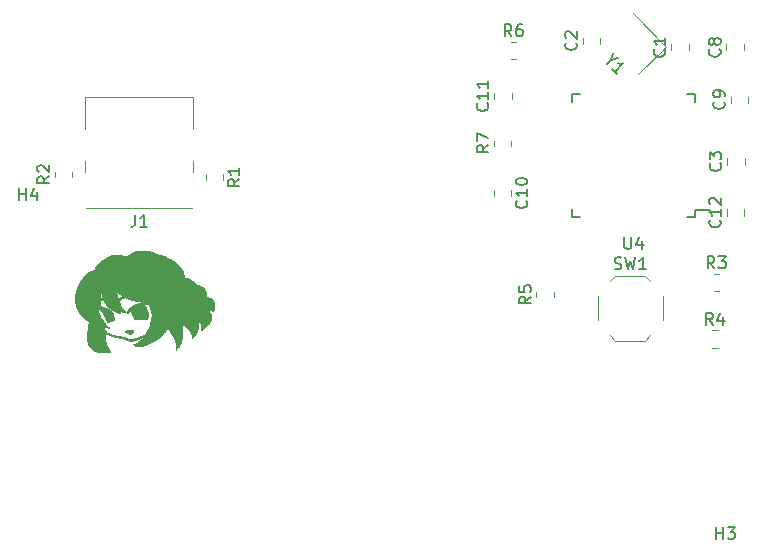
<source format=gbr>
%TF.GenerationSoftware,KiCad,Pcbnew,(5.1.10)-1*%
%TF.CreationDate,2021-11-19T23:24:49+01:00*%
%TF.ProjectId,Labbe,4c616262-652e-46b6-9963-61645f706362,rev?*%
%TF.SameCoordinates,Original*%
%TF.FileFunction,Legend,Top*%
%TF.FilePolarity,Positive*%
%FSLAX46Y46*%
G04 Gerber Fmt 4.6, Leading zero omitted, Abs format (unit mm)*
G04 Created by KiCad (PCBNEW (5.1.10)-1) date 2021-11-19 23:24:49*
%MOMM*%
%LPD*%
G01*
G04 APERTURE LIST*
%ADD10C,0.010000*%
%ADD11C,0.120000*%
%ADD12C,0.150000*%
G04 APERTURE END LIST*
D10*
%TO.C,G\u002A\u002A\u002A*%
G36*
X189791885Y-98361738D02*
G01*
X189848796Y-98372962D01*
X189880905Y-98387469D01*
X189921683Y-98422540D01*
X189941712Y-98459565D01*
X189935106Y-98484162D01*
X189921796Y-98487345D01*
X189898148Y-98505279D01*
X189860257Y-98550767D01*
X189839600Y-98579709D01*
X189796040Y-98634510D01*
X189757565Y-98667616D01*
X189744703Y-98672073D01*
X189714945Y-98686522D01*
X189712600Y-98695163D01*
X189693363Y-98716349D01*
X189635900Y-98707558D01*
X189547500Y-98672073D01*
X189477214Y-98643348D01*
X189421039Y-98626956D01*
X189408779Y-98625522D01*
X189362260Y-98609497D01*
X189303185Y-98570747D01*
X189247415Y-98522267D01*
X189210813Y-98477052D01*
X189204600Y-98458242D01*
X189228366Y-98420843D01*
X189300113Y-98392238D01*
X189420514Y-98372254D01*
X189583320Y-98360987D01*
X189707163Y-98358082D01*
X189791885Y-98361738D01*
G37*
X189791885Y-98361738D02*
X189848796Y-98372962D01*
X189880905Y-98387469D01*
X189921683Y-98422540D01*
X189941712Y-98459565D01*
X189935106Y-98484162D01*
X189921796Y-98487345D01*
X189898148Y-98505279D01*
X189860257Y-98550767D01*
X189839600Y-98579709D01*
X189796040Y-98634510D01*
X189757565Y-98667616D01*
X189744703Y-98672073D01*
X189714945Y-98686522D01*
X189712600Y-98695163D01*
X189693363Y-98716349D01*
X189635900Y-98707558D01*
X189547500Y-98672073D01*
X189477214Y-98643348D01*
X189421039Y-98626956D01*
X189408779Y-98625522D01*
X189362260Y-98609497D01*
X189303185Y-98570747D01*
X189247415Y-98522267D01*
X189210813Y-98477052D01*
X189204600Y-98458242D01*
X189228366Y-98420843D01*
X189300113Y-98392238D01*
X189420514Y-98372254D01*
X189583320Y-98360987D01*
X189707163Y-98358082D01*
X189791885Y-98361738D01*
G36*
X190621081Y-91632550D02*
G01*
X190715183Y-91634751D01*
X190903302Y-91641350D01*
X191054894Y-91652406D01*
X191184178Y-91670270D01*
X191305373Y-91697295D01*
X191432700Y-91735834D01*
X191528700Y-91769332D01*
X191570574Y-91783757D01*
X191649752Y-91810434D01*
X191755784Y-91845863D01*
X191878221Y-91886543D01*
X191909700Y-91896968D01*
X192031769Y-91938156D01*
X192137095Y-91975174D01*
X192216191Y-92004578D01*
X192259570Y-92022925D01*
X192264029Y-92025616D01*
X192309338Y-92043090D01*
X192329430Y-92044982D01*
X192374011Y-92056162D01*
X192453637Y-92086914D01*
X192559790Y-92133054D01*
X192683950Y-92190398D01*
X192817598Y-92254763D01*
X192952216Y-92321964D01*
X193079285Y-92387818D01*
X193190286Y-92448141D01*
X193276700Y-92498750D01*
X193330008Y-92535460D01*
X193332533Y-92537624D01*
X193370132Y-92567673D01*
X193429715Y-92612453D01*
X193458957Y-92633800D01*
X193525881Y-92684935D01*
X193581358Y-92731977D01*
X193595844Y-92745990D01*
X193641475Y-92791607D01*
X193699134Y-92846784D01*
X193706723Y-92853871D01*
X193762082Y-92909726D01*
X193828841Y-92982998D01*
X193869466Y-93030317D01*
X193922055Y-93091591D01*
X193963720Y-93136857D01*
X193982192Y-93153809D01*
X194008003Y-93185832D01*
X194040149Y-93246617D01*
X194071848Y-93320309D01*
X194096314Y-93391054D01*
X194106766Y-93442998D01*
X194106800Y-93445043D01*
X194118626Y-93508522D01*
X194141972Y-93564356D01*
X194165924Y-93613808D01*
X194200186Y-93693245D01*
X194238900Y-93788868D01*
X194256036Y-93833040D01*
X194300988Y-93937915D01*
X194348933Y-94028990D01*
X194392577Y-94092831D01*
X194403162Y-94104117D01*
X194455433Y-94148740D01*
X194478649Y-94155700D01*
X194472893Y-94124871D01*
X194438252Y-94056127D01*
X194437031Y-94053946D01*
X194382718Y-93957162D01*
X194467009Y-93972334D01*
X194631645Y-94016486D01*
X194781391Y-94091044D01*
X194805300Y-94106182D01*
X194894469Y-94169383D01*
X194987855Y-94244185D01*
X195075367Y-94321496D01*
X195146914Y-94392225D01*
X195192405Y-94447279D01*
X195200947Y-94462638D01*
X195236196Y-94503958D01*
X195284264Y-94517930D01*
X195309396Y-94509936D01*
X195333377Y-94517426D01*
X195353846Y-94530769D01*
X195400233Y-94553409D01*
X195471795Y-94576992D01*
X195493965Y-94582761D01*
X195585631Y-94613675D01*
X195677382Y-94657261D01*
X195691943Y-94665837D01*
X195752798Y-94700889D01*
X195796142Y-94721356D01*
X195804951Y-94723527D01*
X195837561Y-94742521D01*
X195882936Y-94791529D01*
X195932661Y-94858586D01*
X195978321Y-94931730D01*
X196011503Y-94998996D01*
X196022057Y-95032201D01*
X196038386Y-95104196D01*
X196052302Y-95143489D01*
X196068614Y-95163090D01*
X196071067Y-95164807D01*
X196084824Y-95195994D01*
X196093389Y-95257581D01*
X196096324Y-95333992D01*
X196093191Y-95409646D01*
X196083550Y-95468967D01*
X196079938Y-95479754D01*
X196071624Y-95519190D01*
X196096157Y-95531562D01*
X196105338Y-95531851D01*
X196162524Y-95542260D01*
X196215000Y-95561463D01*
X196279627Y-95587264D01*
X196363549Y-95615744D01*
X196389601Y-95623690D01*
X196506697Y-95674941D01*
X196603940Y-95756907D01*
X196689100Y-95876550D01*
X196706383Y-95907499D01*
X196737385Y-95970376D01*
X196757562Y-96029397D01*
X196769414Y-96097776D01*
X196775442Y-96188730D01*
X196777720Y-96284554D01*
X196777610Y-96396209D01*
X196774281Y-96498184D01*
X196768344Y-96577001D01*
X196762908Y-96611401D01*
X196731388Y-96680342D01*
X196684629Y-96714595D01*
X196631326Y-96709644D01*
X196606590Y-96692584D01*
X196544292Y-96663079D01*
X196437114Y-96648392D01*
X196414326Y-96647321D01*
X196330498Y-96645963D01*
X196285624Y-96651805D01*
X196268069Y-96667815D01*
X196265800Y-96685202D01*
X196284626Y-96730101D01*
X196325499Y-96770919D01*
X196377461Y-96828545D01*
X196426332Y-96919005D01*
X196467148Y-97028982D01*
X196494943Y-97145160D01*
X196504768Y-97251741D01*
X196498128Y-97375248D01*
X196480627Y-97492692D01*
X196454893Y-97591917D01*
X196423553Y-97660767D01*
X196413560Y-97673565D01*
X196378951Y-97716993D01*
X196333433Y-97781902D01*
X196310062Y-97817709D01*
X196269723Y-97869179D01*
X196202519Y-97942383D01*
X196117093Y-98029108D01*
X196022086Y-98121144D01*
X195926139Y-98210279D01*
X195837894Y-98288300D01*
X195765993Y-98346997D01*
X195721546Y-98376953D01*
X195695587Y-98385946D01*
X195686244Y-98370992D01*
X195690527Y-98323020D01*
X195694828Y-98295919D01*
X195700503Y-98219485D01*
X195687339Y-98179360D01*
X195684033Y-98176985D01*
X195664305Y-98144857D01*
X195656200Y-98090327D01*
X195651539Y-98029217D01*
X195639467Y-97943877D01*
X195633306Y-97910073D01*
X195685610Y-97910073D01*
X195689602Y-97942853D01*
X195698421Y-97938936D01*
X195701776Y-97891661D01*
X195698421Y-97881209D01*
X195689151Y-97878308D01*
X195685610Y-97910073D01*
X195633306Y-97910073D01*
X195626565Y-97873097D01*
X195610205Y-97806163D01*
X195656200Y-97806163D01*
X195668900Y-97817709D01*
X195681600Y-97806163D01*
X195668900Y-97794618D01*
X195656200Y-97806163D01*
X195610205Y-97806163D01*
X195605543Y-97787090D01*
X195578728Y-97729830D01*
X195535963Y-97684055D01*
X195498029Y-97654633D01*
X195399127Y-97582379D01*
X195416465Y-97728907D01*
X195425730Y-97806410D01*
X195432759Y-97863729D01*
X195435821Y-97886982D01*
X195434802Y-97933731D01*
X195424271Y-98010747D01*
X195407060Y-98103498D01*
X195386004Y-98197454D01*
X195363935Y-98278083D01*
X195353743Y-98307970D01*
X195328248Y-98378253D01*
X195311333Y-98430458D01*
X195307254Y-98448236D01*
X195292934Y-98497141D01*
X195256401Y-98571756D01*
X195204958Y-98660206D01*
X195145911Y-98750615D01*
X195086563Y-98831108D01*
X195037721Y-98886446D01*
X194968890Y-98948332D01*
X194916101Y-98985848D01*
X194884717Y-98996606D01*
X194880102Y-98978220D01*
X194893306Y-98950681D01*
X194914698Y-98895633D01*
X194914013Y-98832598D01*
X194889144Y-98753047D01*
X194837988Y-98648450D01*
X194803560Y-98586986D01*
X194671605Y-98375292D01*
X194542853Y-98203801D01*
X194418493Y-98073631D01*
X194299715Y-97985897D01*
X194187709Y-97941715D01*
X194111219Y-97937572D01*
X194043300Y-97944709D01*
X194047157Y-98140982D01*
X194049402Y-98250506D01*
X194052302Y-98385457D01*
X194055405Y-98525093D01*
X194057186Y-98602800D01*
X194052128Y-98805437D01*
X194029524Y-99016513D01*
X193991782Y-99224299D01*
X193941312Y-99417063D01*
X193880524Y-99583075D01*
X193838363Y-99668034D01*
X193808982Y-99709861D01*
X193760170Y-99769802D01*
X193700069Y-99838949D01*
X193636819Y-99908397D01*
X193578563Y-99969239D01*
X193533443Y-100012568D01*
X193509599Y-100029477D01*
X193508291Y-100029126D01*
X193511004Y-100004824D01*
X193527679Y-99951892D01*
X193540795Y-99917047D01*
X193559052Y-99865952D01*
X193567962Y-99819968D01*
X193567339Y-99766624D01*
X193556993Y-99693446D01*
X193536736Y-99587964D01*
X193535751Y-99583066D01*
X193514199Y-99483983D01*
X193510320Y-99468709D01*
X193725800Y-99468709D01*
X193738500Y-99480254D01*
X193751200Y-99468709D01*
X193738500Y-99457163D01*
X193725800Y-99468709D01*
X193510320Y-99468709D01*
X193493289Y-99401657D01*
X193475944Y-99346945D01*
X193467951Y-99331318D01*
X193449202Y-99290839D01*
X193446400Y-99267300D01*
X193436191Y-99223051D01*
X193408983Y-99148555D01*
X193369903Y-99055133D01*
X193324077Y-98954109D01*
X193276631Y-98856807D01*
X193232691Y-98774550D01*
X193198977Y-98720805D01*
X193162361Y-98663583D01*
X193142679Y-98618656D01*
X193141600Y-98611123D01*
X193129153Y-98582492D01*
X193120492Y-98579709D01*
X193095424Y-98561280D01*
X193064498Y-98516890D01*
X193064118Y-98516209D01*
X193025805Y-98456979D01*
X192973714Y-98387492D01*
X192958226Y-98368568D01*
X192915734Y-98313343D01*
X192890560Y-98271736D01*
X192887600Y-98261713D01*
X192870165Y-98228913D01*
X192852712Y-98212678D01*
X192821439Y-98202623D01*
X192785758Y-98226108D01*
X192763896Y-98250260D01*
X192715936Y-98309673D01*
X192665291Y-98376322D01*
X192620612Y-98438293D01*
X192590550Y-98483674D01*
X192582800Y-98499652D01*
X192566821Y-98526188D01*
X192527804Y-98570555D01*
X192479124Y-98618382D01*
X192446098Y-98646508D01*
X192416709Y-98670559D01*
X192380454Y-98703188D01*
X192331046Y-98750444D01*
X192262196Y-98818376D01*
X192167617Y-98913036D01*
X192135416Y-98945407D01*
X192062141Y-99013311D01*
X191989684Y-99071012D01*
X191935899Y-99104819D01*
X191875209Y-99138232D01*
X191834404Y-99169261D01*
X191833500Y-99170274D01*
X191792697Y-99200677D01*
X191706943Y-99249446D01*
X191575796Y-99316815D01*
X191401700Y-99401641D01*
X191324020Y-99440591D01*
X191261049Y-99475274D01*
X191236600Y-99490915D01*
X191197353Y-99511796D01*
X191123443Y-99544339D01*
X191027420Y-99583166D01*
X190970194Y-99605076D01*
X190836758Y-99649040D01*
X190696670Y-99684869D01*
X190561196Y-99710714D01*
X190441602Y-99724727D01*
X190349157Y-99725058D01*
X190302995Y-99714559D01*
X190253009Y-99699379D01*
X190174404Y-99684040D01*
X190124690Y-99676936D01*
X190017763Y-99654476D01*
X189945803Y-99619546D01*
X189916163Y-99575902D01*
X189915800Y-99570244D01*
X189925340Y-99550670D01*
X189960539Y-99536217D01*
X190031265Y-99523823D01*
X190087621Y-99516917D01*
X190187790Y-99498758D01*
X190260439Y-99472144D01*
X190295229Y-99441210D01*
X190296800Y-99433260D01*
X190317386Y-99413491D01*
X190334900Y-99410982D01*
X190368678Y-99397188D01*
X190373000Y-99385381D01*
X190389996Y-99358136D01*
X190435105Y-99308656D01*
X190499507Y-99246415D01*
X190518095Y-99229517D01*
X190596265Y-99156308D01*
X190667354Y-99084500D01*
X190717204Y-99028455D01*
X190720768Y-99023889D01*
X190778346Y-98948524D01*
X190709023Y-98963490D01*
X190642799Y-98984825D01*
X190601600Y-99006606D01*
X190555618Y-99031343D01*
X190474059Y-99066887D01*
X190369231Y-99108628D01*
X190253445Y-99151960D01*
X190139010Y-99192274D01*
X190038235Y-99224962D01*
X189964008Y-99245287D01*
X189865549Y-99263488D01*
X189753438Y-99278983D01*
X189710008Y-99283449D01*
X189648624Y-99287152D01*
X189595178Y-99283915D01*
X189538043Y-99270506D01*
X189465592Y-99243689D01*
X189366197Y-99200231D01*
X189296830Y-99168523D01*
X189185429Y-99119099D01*
X189086737Y-99078659D01*
X189011533Y-99051403D01*
X188970799Y-99041527D01*
X188921220Y-99036280D01*
X188840446Y-99022563D01*
X188751569Y-99004532D01*
X188649280Y-98982254D01*
X188553250Y-98961472D01*
X188493400Y-98948632D01*
X188348102Y-98915812D01*
X188228322Y-98883086D01*
X188113810Y-98843923D01*
X187984317Y-98791792D01*
X187915370Y-98762191D01*
X187808111Y-98716870D01*
X187715663Y-98680189D01*
X187648743Y-98656250D01*
X187619637Y-98648982D01*
X187593326Y-98655526D01*
X187574195Y-98680080D01*
X187559969Y-98730024D01*
X187548368Y-98812740D01*
X187539285Y-98909402D01*
X187536717Y-99026397D01*
X187545024Y-99161795D01*
X187562216Y-99300890D01*
X187586303Y-99428977D01*
X187615295Y-99531351D01*
X187627473Y-99561073D01*
X187657525Y-99628650D01*
X187703493Y-99736931D01*
X187758278Y-99868783D01*
X187792693Y-99930137D01*
X187846983Y-100005084D01*
X187886458Y-100051742D01*
X187936215Y-100110249D01*
X187967400Y-100154340D01*
X187973407Y-100171940D01*
X187944056Y-100183169D01*
X187885757Y-100191371D01*
X187881069Y-100191717D01*
X187815239Y-100201293D01*
X187771646Y-100216406D01*
X187771188Y-100216724D01*
X187722205Y-100232646D01*
X187634727Y-100243438D01*
X187520812Y-100248525D01*
X187392517Y-100247334D01*
X187274200Y-100240376D01*
X187157394Y-100226954D01*
X187026300Y-100206347D01*
X186892428Y-100181018D01*
X186767293Y-100153431D01*
X186662406Y-100126050D01*
X186589281Y-100101338D01*
X186565241Y-100088666D01*
X186425560Y-99979321D01*
X186323092Y-99891469D01*
X186252963Y-99820740D01*
X186221422Y-99780436D01*
X186163866Y-99681144D01*
X186113164Y-99567627D01*
X186110998Y-99561073D01*
X186867800Y-99561073D01*
X186880500Y-99572618D01*
X186893200Y-99561073D01*
X186880500Y-99549527D01*
X186867800Y-99561073D01*
X186110998Y-99561073D01*
X186077528Y-99459842D01*
X186075334Y-99448697D01*
X186791600Y-99448697D01*
X186804123Y-99482555D01*
X186829217Y-99495742D01*
X186838590Y-99491415D01*
X186835084Y-99467692D01*
X186821656Y-99452160D01*
X186796084Y-99439143D01*
X186791600Y-99448697D01*
X186075334Y-99448697D01*
X186066507Y-99403865D01*
X186056076Y-99334202D01*
X186742681Y-99334202D01*
X186756637Y-99375453D01*
X186775463Y-99402046D01*
X186784366Y-99402164D01*
X186782959Y-99376339D01*
X186769300Y-99349213D01*
X186746841Y-99322086D01*
X186742681Y-99334202D01*
X186056076Y-99334202D01*
X186055987Y-99333614D01*
X186040268Y-99248911D01*
X186038303Y-99239486D01*
X186718971Y-99239486D01*
X186731540Y-99276298D01*
X186749863Y-99295512D01*
X186750324Y-99295527D01*
X186753802Y-99276836D01*
X186747896Y-99248429D01*
X186732316Y-99215707D01*
X186721736Y-99212797D01*
X186718971Y-99239486D01*
X186038303Y-99239486D01*
X186035278Y-99224987D01*
X186030210Y-99185380D01*
X187082116Y-99185380D01*
X187090536Y-99227263D01*
X187108058Y-99283982D01*
X187116981Y-99230044D01*
X187118386Y-99182873D01*
X187111152Y-99162696D01*
X187088542Y-99156428D01*
X187082116Y-99185380D01*
X186030210Y-99185380D01*
X186026576Y-99156982D01*
X186715400Y-99156982D01*
X186724693Y-99175988D01*
X186732333Y-99172376D01*
X186735373Y-99144972D01*
X186732333Y-99141588D01*
X186717233Y-99144757D01*
X186715400Y-99156982D01*
X186026576Y-99156982D01*
X186023478Y-99132775D01*
X186021234Y-99076163D01*
X187075951Y-99076163D01*
X187078697Y-99115599D01*
X187086648Y-99119071D01*
X187087660Y-99117012D01*
X187092685Y-99071172D01*
X187088601Y-99047739D01*
X187080516Y-99038323D01*
X187076119Y-99068993D01*
X187075951Y-99076163D01*
X186021234Y-99076163D01*
X186018945Y-99018436D01*
X186715400Y-99018436D01*
X186724693Y-99037443D01*
X186732333Y-99033830D01*
X186735373Y-99006427D01*
X186732333Y-99003042D01*
X186717233Y-99006212D01*
X186715400Y-99018436D01*
X186018945Y-99018436D01*
X186018409Y-99004923D01*
X186019638Y-98851512D01*
X186026732Y-98682623D01*
X186035097Y-98566239D01*
X186539605Y-98566239D01*
X186544275Y-98596188D01*
X186552945Y-98596546D01*
X186559009Y-98565641D01*
X186554951Y-98552288D01*
X186543672Y-98543542D01*
X186539605Y-98566239D01*
X186035097Y-98566239D01*
X186039260Y-98508338D01*
X186056788Y-98338736D01*
X186078885Y-98183899D01*
X186080292Y-98175618D01*
X186099232Y-98060545D01*
X186114234Y-97963951D01*
X187460466Y-97963951D01*
X187463953Y-97977679D01*
X187477400Y-97979345D01*
X187498307Y-97970897D01*
X187494333Y-97963951D01*
X187464189Y-97961188D01*
X187460466Y-97963951D01*
X186114234Y-97963951D01*
X186119025Y-97933103D01*
X186130988Y-97851599D01*
X186144428Y-97765667D01*
X186157752Y-97695362D01*
X186168115Y-97655665D01*
X186168264Y-97655306D01*
X186158143Y-97620461D01*
X186109013Y-97591794D01*
X186078795Y-97575254D01*
X186994800Y-97575254D01*
X187007500Y-97586800D01*
X187020200Y-97575254D01*
X187007500Y-97563709D01*
X186994800Y-97575254D01*
X186078795Y-97575254D01*
X186031045Y-97549118D01*
X185929706Y-97476750D01*
X185812937Y-97381365D01*
X185688680Y-97269636D01*
X185564878Y-97148236D01*
X185500615Y-97080582D01*
X185438508Y-97013663D01*
X185387244Y-96958952D01*
X185357383Y-96927714D01*
X185356500Y-96926829D01*
X185335721Y-96896061D01*
X185300732Y-96834726D01*
X185257690Y-96754561D01*
X185212752Y-96667307D01*
X185172072Y-96584704D01*
X185169073Y-96578141D01*
X186878962Y-96578141D01*
X186886650Y-96614066D01*
X186908451Y-96676938D01*
X186945319Y-96773452D01*
X186969674Y-96836345D01*
X187027884Y-96985648D01*
X187073548Y-97099137D01*
X187110402Y-97184744D01*
X187142182Y-97250403D01*
X187172623Y-97304045D01*
X187205461Y-97353601D01*
X187228006Y-97384861D01*
X187281948Y-97458662D01*
X187352123Y-97555314D01*
X187427040Y-97658968D01*
X187462709Y-97708504D01*
X187539772Y-97809296D01*
X187624011Y-97909345D01*
X187701969Y-97993022D01*
X187733362Y-98022919D01*
X187795757Y-98080719D01*
X187840570Y-98125980D01*
X187858381Y-98149171D01*
X187858400Y-98149442D01*
X187839406Y-98162296D01*
X187780384Y-98159874D01*
X187678273Y-98141898D01*
X187610683Y-98127124D01*
X187526251Y-98109987D01*
X187463012Y-98101098D01*
X187435391Y-98102202D01*
X187432908Y-98129564D01*
X187440354Y-98187583D01*
X187451166Y-98241239D01*
X187493194Y-98357195D01*
X187568615Y-98459409D01*
X187578515Y-98469819D01*
X187650267Y-98531898D01*
X187740549Y-98593472D01*
X187835199Y-98646529D01*
X187920054Y-98683052D01*
X187976713Y-98695163D01*
X188027470Y-98705828D01*
X188069619Y-98722917D01*
X188122294Y-98746130D01*
X188150500Y-98754987D01*
X188186989Y-98763057D01*
X188256204Y-98779679D01*
X188328300Y-98797543D01*
X188418032Y-98819420D01*
X188494022Y-98836835D01*
X188531500Y-98844469D01*
X188597289Y-98857192D01*
X188645800Y-98867713D01*
X188707163Y-98879491D01*
X188794550Y-98893670D01*
X188849602Y-98901679D01*
X188966543Y-98920985D01*
X189077985Y-98944798D01*
X189170518Y-98969781D01*
X189230731Y-98992592D01*
X189241430Y-98999238D01*
X189287065Y-99016894D01*
X189304930Y-99018578D01*
X189353579Y-99029222D01*
X189417392Y-99054794D01*
X189420500Y-99056311D01*
X189493137Y-99088741D01*
X189582016Y-99124081D01*
X189609314Y-99134090D01*
X189664827Y-99152728D01*
X189709553Y-99161013D01*
X189757845Y-99157833D01*
X189824060Y-99142074D01*
X189922553Y-99112626D01*
X189934810Y-99108861D01*
X190043283Y-99073071D01*
X190143363Y-99035789D01*
X190217519Y-99003662D01*
X190231594Y-98996303D01*
X190294357Y-98965600D01*
X190342608Y-98949753D01*
X190348928Y-98949163D01*
X190390284Y-98940034D01*
X190457985Y-98916806D01*
X190498330Y-98900759D01*
X190623230Y-98849037D01*
X190714781Y-98812270D01*
X190785499Y-98785554D01*
X190844787Y-98765017D01*
X190915748Y-98722136D01*
X190975211Y-98641102D01*
X190978137Y-98635697D01*
X191010483Y-98569233D01*
X191024058Y-98533527D01*
X191974502Y-98533527D01*
X191977657Y-98556493D01*
X191995156Y-98539815D01*
X191999918Y-98533527D01*
X192029696Y-98488827D01*
X192064974Y-98429842D01*
X192065101Y-98429618D01*
X192104345Y-98360345D01*
X192039685Y-98429618D01*
X191997658Y-98482819D01*
X191975493Y-98526790D01*
X191974502Y-98533527D01*
X191024058Y-98533527D01*
X191030377Y-98516907D01*
X191033400Y-98501100D01*
X191051312Y-98461748D01*
X191073970Y-98439300D01*
X191128226Y-98378462D01*
X191185732Y-98278902D01*
X191244015Y-98147787D01*
X191300604Y-97992282D01*
X191318449Y-97933480D01*
X193446686Y-97933480D01*
X193461811Y-97970561D01*
X193495655Y-98032684D01*
X193505825Y-98049858D01*
X193581135Y-98207754D01*
X193637225Y-98391593D01*
X193669290Y-98583038D01*
X193675000Y-98695553D01*
X193678720Y-98775558D01*
X193689246Y-98817777D01*
X193700400Y-98822163D01*
X193714744Y-98792719D01*
X193723746Y-98732924D01*
X193725358Y-98688028D01*
X193715164Y-98565171D01*
X193687961Y-98428666D01*
X193647582Y-98289210D01*
X193597855Y-98157498D01*
X193542611Y-98044227D01*
X193485682Y-97960094D01*
X193453533Y-97928964D01*
X193446686Y-97933480D01*
X191318449Y-97933480D01*
X191322049Y-97921618D01*
X192735200Y-97921618D01*
X192747900Y-97933163D01*
X192760600Y-97921618D01*
X192747900Y-97910073D01*
X192735200Y-97921618D01*
X191322049Y-97921618D01*
X191336064Y-97875436D01*
X192763582Y-97875436D01*
X192771151Y-97878762D01*
X192773205Y-97875436D01*
X193395600Y-97875436D01*
X193408300Y-97886982D01*
X193421000Y-97875436D01*
X193408300Y-97863891D01*
X193395600Y-97875436D01*
X192773205Y-97875436D01*
X192789478Y-97849087D01*
X192813843Y-97797397D01*
X192839524Y-97734678D01*
X192861801Y-97671914D01*
X192875952Y-97620090D01*
X192877701Y-97609891D01*
X192877854Y-97582751D01*
X192864686Y-97599411D01*
X192838016Y-97660154D01*
X192825914Y-97690709D01*
X192795387Y-97772242D01*
X192773205Y-97837468D01*
X192763672Y-97873634D01*
X192763582Y-97875436D01*
X191336064Y-97875436D01*
X191353025Y-97819553D01*
X191398808Y-97636768D01*
X191435480Y-97451091D01*
X191439413Y-97425163D01*
X194539449Y-97425163D01*
X194548970Y-97440324D01*
X194584969Y-97479988D01*
X194638647Y-97535430D01*
X194701203Y-97597925D01*
X194763838Y-97658746D01*
X194817751Y-97709168D01*
X194854142Y-97740466D01*
X194863343Y-97746323D01*
X194859183Y-97731144D01*
X194845556Y-97705918D01*
X194815644Y-97668477D01*
X194763450Y-97614399D01*
X194699585Y-97553417D01*
X194646630Y-97505982D01*
X194894200Y-97505982D01*
X194906900Y-97517527D01*
X194919600Y-97505982D01*
X194906900Y-97494436D01*
X194894200Y-97505982D01*
X194646630Y-97505982D01*
X194634663Y-97495263D01*
X194579292Y-97449670D01*
X194552264Y-97431782D01*
X194847494Y-97431782D01*
X194853674Y-97444687D01*
X194879249Y-97469476D01*
X194893952Y-97464391D01*
X194894200Y-97461163D01*
X194876158Y-97441632D01*
X194864875Y-97434504D01*
X194847494Y-97431782D01*
X194552264Y-97431782D01*
X194544086Y-97426370D01*
X194539449Y-97425163D01*
X191439413Y-97425163D01*
X191444667Y-97390527D01*
X194792600Y-97390527D01*
X194805300Y-97402073D01*
X194818000Y-97390527D01*
X194805300Y-97378982D01*
X194792600Y-97390527D01*
X191444667Y-97390527D01*
X191448171Y-97367436D01*
X192100200Y-97367436D01*
X192112900Y-97378982D01*
X192125600Y-97367436D01*
X192112900Y-97355891D01*
X192100200Y-97367436D01*
X191448171Y-97367436D01*
X191451675Y-97344345D01*
X191454767Y-97321254D01*
X192126482Y-97321254D01*
X192150064Y-97240436D01*
X192161879Y-97184893D01*
X195870559Y-97184893D01*
X195884800Y-97205800D01*
X195914855Y-97234476D01*
X195925212Y-97240436D01*
X195925465Y-97222956D01*
X195919385Y-97205800D01*
X195892737Y-97175208D01*
X195878972Y-97171163D01*
X195870559Y-97184893D01*
X192161879Y-97184893D01*
X192163264Y-97178383D01*
X192176673Y-97087960D01*
X192187727Y-96986912D01*
X192189256Y-96969118D01*
X192192708Y-96904267D01*
X195537239Y-96904267D01*
X195558032Y-96924753D01*
X195609014Y-96967182D01*
X195694225Y-97035484D01*
X195701497Y-97041273D01*
X195782252Y-97102917D01*
X195833424Y-97137043D01*
X195852543Y-97143598D01*
X195837136Y-97122526D01*
X195784733Y-97073771D01*
X195747854Y-97042309D01*
X195675037Y-96984336D01*
X195609413Y-96937090D01*
X195570054Y-96913400D01*
X195542593Y-96901793D01*
X195537239Y-96904267D01*
X192192708Y-96904267D01*
X192195008Y-96861074D01*
X192190835Y-96797785D01*
X192177933Y-96778618D01*
X192163467Y-96800643D01*
X192154095Y-96862773D01*
X192150720Y-96957573D01*
X192148984Y-97058885D01*
X192144687Y-97155319D01*
X192138744Y-97226665D01*
X192138461Y-97228891D01*
X192126482Y-97321254D01*
X191454767Y-97321254D01*
X191463886Y-97253167D01*
X191476087Y-97162789D01*
X191479659Y-97136527D01*
X191481503Y-97056250D01*
X191471299Y-96963032D01*
X191464259Y-96928709D01*
X191422938Y-96760174D01*
X191417857Y-96740133D01*
X192159466Y-96740133D01*
X192162953Y-96753861D01*
X192176400Y-96755527D01*
X192197307Y-96747078D01*
X192193333Y-96740133D01*
X192163189Y-96737370D01*
X192159466Y-96740133D01*
X191417857Y-96740133D01*
X191392485Y-96640073D01*
X192155010Y-96640073D01*
X192159002Y-96672853D01*
X192167821Y-96668936D01*
X192171176Y-96621661D01*
X192167821Y-96611209D01*
X192158551Y-96608308D01*
X192155010Y-96640073D01*
X191392485Y-96640073D01*
X191390442Y-96632019D01*
X191380171Y-96593891D01*
X193141600Y-96593891D01*
X193150893Y-96612897D01*
X193158533Y-96609285D01*
X193161573Y-96581881D01*
X193158533Y-96578497D01*
X193143433Y-96581666D01*
X193141600Y-96593891D01*
X191380171Y-96593891D01*
X191365482Y-96539365D01*
X191350582Y-96489982D01*
X192125600Y-96489982D01*
X192138300Y-96501527D01*
X192151000Y-96489982D01*
X192138300Y-96478436D01*
X192125600Y-96489982D01*
X191350582Y-96489982D01*
X191346766Y-96477335D01*
X191340571Y-96459814D01*
X193957112Y-96459814D01*
X193970016Y-96469414D01*
X193992500Y-96478436D01*
X194049882Y-96497372D01*
X194079613Y-96494582D01*
X194091603Y-96482108D01*
X194081611Y-96457818D01*
X194040538Y-96420978D01*
X194023252Y-96408917D01*
X193973325Y-96376671D01*
X193959711Y-96371375D01*
X193977875Y-96392528D01*
X193990086Y-96405245D01*
X194022314Y-96440926D01*
X194020692Y-96454208D01*
X193990086Y-96456968D01*
X193957112Y-96459814D01*
X191340571Y-96459814D01*
X191338990Y-96455345D01*
X191319501Y-96401328D01*
X191318228Y-96397618D01*
X193802000Y-96397618D01*
X193814700Y-96409163D01*
X193827400Y-96397618D01*
X193814700Y-96386073D01*
X193802000Y-96397618D01*
X191318228Y-96397618D01*
X191292706Y-96323245D01*
X191282927Y-96293884D01*
X193651263Y-96293884D01*
X193657571Y-96305842D01*
X193671760Y-96322573D01*
X193708834Y-96358471D01*
X193725382Y-96358315D01*
X193725800Y-96354263D01*
X193723255Y-96351436D01*
X193903600Y-96351436D01*
X193916300Y-96362982D01*
X193929000Y-96351436D01*
X193916300Y-96339891D01*
X193903600Y-96351436D01*
X193723255Y-96351436D01*
X193708442Y-96334989D01*
X193681350Y-96313854D01*
X193651263Y-96293884D01*
X191282927Y-96293884D01*
X191273255Y-96264845D01*
X191269474Y-96255224D01*
X193581866Y-96255224D01*
X193585353Y-96268952D01*
X193598800Y-96270618D01*
X193619707Y-96262169D01*
X193615733Y-96255224D01*
X193603977Y-96254146D01*
X193806094Y-96254146D01*
X193812274Y-96267050D01*
X193837849Y-96291839D01*
X193852552Y-96286754D01*
X193852800Y-96283526D01*
X193834758Y-96263995D01*
X193823475Y-96256868D01*
X193806094Y-96254146D01*
X193603977Y-96254146D01*
X193585589Y-96252460D01*
X193581866Y-96255224D01*
X191269474Y-96255224D01*
X191251324Y-96209042D01*
X193531066Y-96209042D01*
X193534553Y-96222770D01*
X193548000Y-96224436D01*
X193568907Y-96215988D01*
X193564933Y-96209042D01*
X193534789Y-96206279D01*
X193531066Y-96209042D01*
X191251324Y-96209042D01*
X191240952Y-96182652D01*
X191229193Y-96166709D01*
X193497200Y-96166709D01*
X193509900Y-96178254D01*
X193522600Y-96166709D01*
X193700400Y-96166709D01*
X193713100Y-96178254D01*
X193725800Y-96166709D01*
X193713100Y-96155163D01*
X193700400Y-96166709D01*
X193522600Y-96166709D01*
X193509900Y-96155163D01*
X193497200Y-96166709D01*
X191229193Y-96166709D01*
X191209975Y-96140654D01*
X191185789Y-96132073D01*
X191120416Y-96137163D01*
X191036417Y-96150100D01*
X190951111Y-96167383D01*
X190881816Y-96185509D01*
X190846088Y-96200756D01*
X190844380Y-96233525D01*
X190875496Y-96293143D01*
X190895473Y-96321640D01*
X190981105Y-96442987D01*
X191043353Y-96548702D01*
X191087134Y-96652109D01*
X191117365Y-96766535D01*
X191138964Y-96905306D01*
X191150501Y-97012773D01*
X191157182Y-97121037D01*
X191151317Y-97203691D01*
X191130927Y-97280298D01*
X191120659Y-97307619D01*
X191073818Y-97426038D01*
X189979300Y-97413618D01*
X189970583Y-97357502D01*
X189953468Y-97306850D01*
X189918500Y-97235240D01*
X189887133Y-97181002D01*
X189848247Y-97113722D01*
X189823668Y-97062090D01*
X189818695Y-97040846D01*
X189812370Y-97007460D01*
X189793859Y-96970064D01*
X189771650Y-96914351D01*
X189755305Y-96839585D01*
X189752890Y-96819973D01*
X189746264Y-96754812D01*
X189741444Y-96710212D01*
X189740526Y-96702760D01*
X189721389Y-96695117D01*
X189674364Y-96719119D01*
X189604763Y-96771452D01*
X189541150Y-96827111D01*
X189433200Y-96926277D01*
X189433200Y-96851085D01*
X189426691Y-96802353D01*
X189409765Y-96789241D01*
X189407800Y-96790163D01*
X189384358Y-96795307D01*
X189392726Y-96768037D01*
X189431890Y-96711188D01*
X189439510Y-96701364D01*
X189476688Y-96651908D01*
X189497477Y-96620332D01*
X189498854Y-96616982D01*
X189529500Y-96562264D01*
X189598334Y-96493837D01*
X189697392Y-96417291D01*
X189818712Y-96338217D01*
X189954329Y-96262204D01*
X190096280Y-96194842D01*
X190106300Y-96190574D01*
X190224465Y-96140925D01*
X190274703Y-96120527D01*
X193446400Y-96120527D01*
X193459100Y-96132073D01*
X193471800Y-96120527D01*
X193649600Y-96120527D01*
X193662300Y-96132073D01*
X193675000Y-96120527D01*
X193662300Y-96108982D01*
X193649600Y-96120527D01*
X193471800Y-96120527D01*
X193459100Y-96108982D01*
X193446400Y-96120527D01*
X190274703Y-96120527D01*
X190309475Y-96106409D01*
X190374101Y-96082425D01*
X190431113Y-96064371D01*
X190479866Y-96051254D01*
X194030600Y-96051254D01*
X194043300Y-96062800D01*
X194056000Y-96051254D01*
X194106800Y-96051254D01*
X194119500Y-96062800D01*
X194132200Y-96051254D01*
X194208400Y-96051254D01*
X194221100Y-96062800D01*
X194233800Y-96051254D01*
X194221100Y-96039709D01*
X194208400Y-96051254D01*
X194132200Y-96051254D01*
X194119500Y-96039709D01*
X194106800Y-96051254D01*
X194056000Y-96051254D01*
X194043300Y-96039709D01*
X194030600Y-96051254D01*
X190479866Y-96051254D01*
X190493284Y-96047644D01*
X190525400Y-96039560D01*
X190566913Y-96028163D01*
X193954400Y-96028163D01*
X193967100Y-96039709D01*
X193979800Y-96028163D01*
X193967100Y-96016618D01*
X193954400Y-96028163D01*
X190566913Y-96028163D01*
X190651019Y-96005073D01*
X193573400Y-96005073D01*
X193586100Y-96016618D01*
X193598800Y-96005073D01*
X193594567Y-96001224D01*
X193835866Y-96001224D01*
X193839353Y-96014952D01*
X193852800Y-96016618D01*
X193873707Y-96008169D01*
X193869733Y-96001224D01*
X193839589Y-95998460D01*
X193835866Y-96001224D01*
X193594567Y-96001224D01*
X193586100Y-95993527D01*
X193573400Y-96005073D01*
X190651019Y-96005073D01*
X190658946Y-96002897D01*
X190719356Y-95981982D01*
X193751200Y-95981982D01*
X193763900Y-95993527D01*
X193776600Y-95981982D01*
X193763900Y-95970436D01*
X193751200Y-95981982D01*
X190719356Y-95981982D01*
X190756036Y-95969283D01*
X190776886Y-95958891D01*
X193700400Y-95958891D01*
X193713100Y-95970436D01*
X193725800Y-95958891D01*
X193713100Y-95947345D01*
X193700400Y-95958891D01*
X190776886Y-95958891D01*
X190813958Y-95940414D01*
X190817258Y-95935800D01*
X193598800Y-95935800D01*
X193611500Y-95947345D01*
X193624200Y-95935800D01*
X193611500Y-95924254D01*
X193598800Y-95935800D01*
X190817258Y-95935800D01*
X190830002Y-95917983D01*
X190819473Y-95912709D01*
X193522600Y-95912709D01*
X193535300Y-95924254D01*
X193548000Y-95912709D01*
X193535300Y-95901163D01*
X193522600Y-95912709D01*
X190819473Y-95912709D01*
X190801457Y-95903685D01*
X190749766Y-95899331D01*
X190539928Y-95894286D01*
X190373096Y-95888918D01*
X190241477Y-95882688D01*
X190137279Y-95875056D01*
X190052708Y-95865482D01*
X189979972Y-95853426D01*
X189928500Y-95842430D01*
X189839663Y-95820324D01*
X189771930Y-95800635D01*
X189738831Y-95787331D01*
X189738000Y-95786566D01*
X189707775Y-95771670D01*
X189646681Y-95751450D01*
X189617350Y-95743249D01*
X189598030Y-95736659D01*
X190957824Y-95736659D01*
X190966455Y-95804044D01*
X190984034Y-95878629D01*
X191013653Y-95911107D01*
X191046913Y-95909230D01*
X191079871Y-95891586D01*
X191084200Y-95884708D01*
X191069401Y-95861336D01*
X191032679Y-95817730D01*
X191021012Y-95804926D01*
X190957824Y-95736659D01*
X189598030Y-95736659D01*
X189552132Y-95721004D01*
X189513728Y-95698384D01*
X189509400Y-95690494D01*
X189491241Y-95674609D01*
X189477650Y-95676670D01*
X189436491Y-95673481D01*
X189372683Y-95652964D01*
X189351661Y-95643958D01*
X189275243Y-95616052D01*
X189205816Y-95601557D01*
X189194255Y-95600982D01*
X189128318Y-95612826D01*
X189043393Y-95644364D01*
X188949587Y-95689604D01*
X188857003Y-95742557D01*
X188775745Y-95797230D01*
X188715918Y-95847633D01*
X188687625Y-95887774D01*
X188687990Y-95901163D01*
X188705900Y-95944270D01*
X188731393Y-96008779D01*
X188738874Y-96028163D01*
X188774635Y-96112349D01*
X188816733Y-96199868D01*
X188823556Y-96212891D01*
X188858527Y-96285885D01*
X188884494Y-96353010D01*
X188888587Y-96367055D01*
X188918814Y-96429791D01*
X188952884Y-96468770D01*
X188989699Y-96506370D01*
X189001400Y-96529544D01*
X189016914Y-96560811D01*
X189056479Y-96612972D01*
X189109631Y-96674507D01*
X189165902Y-96733901D01*
X189214826Y-96779637D01*
X189245939Y-96800196D01*
X189247550Y-96800420D01*
X189287468Y-96816035D01*
X189287524Y-96846540D01*
X189260051Y-96868718D01*
X189221375Y-96876163D01*
X189158830Y-96868684D01*
X189063779Y-96844795D01*
X188986290Y-96821572D01*
X188883410Y-96788062D01*
X188796879Y-96757048D01*
X188739507Y-96733249D01*
X188725838Y-96725591D01*
X188709161Y-96720265D01*
X188715367Y-96748918D01*
X188733513Y-96791214D01*
X188765094Y-96853226D01*
X188793032Y-96897184D01*
X188799524Y-96904463D01*
X188822675Y-96937446D01*
X188806896Y-96953594D01*
X188760584Y-96952856D01*
X188692140Y-96935175D01*
X188620400Y-96905621D01*
X188549582Y-96871758D01*
X188456312Y-96827389D01*
X188379100Y-96790792D01*
X188201110Y-96701471D01*
X188060779Y-96618791D01*
X187947095Y-96536157D01*
X187929573Y-96521593D01*
X187859639Y-96462659D01*
X187793366Y-96407310D01*
X187774237Y-96391485D01*
X187720441Y-96335811D01*
X187668641Y-96265085D01*
X187660048Y-96250799D01*
X187631573Y-96207964D01*
X188472094Y-96207964D01*
X188478274Y-96220868D01*
X188503849Y-96245658D01*
X188518552Y-96240572D01*
X188518800Y-96237344D01*
X188500758Y-96217814D01*
X188489475Y-96210686D01*
X188472094Y-96207964D01*
X187631573Y-96207964D01*
X187611487Y-96177751D01*
X187557034Y-96111470D01*
X187547803Y-96102026D01*
X187499248Y-96039506D01*
X187457848Y-95962128D01*
X187451743Y-95946638D01*
X187413604Y-95871899D01*
X187366027Y-95820268D01*
X187318063Y-95799392D01*
X187287779Y-95808136D01*
X187243668Y-95816306D01*
X187224517Y-95809428D01*
X187183473Y-95809006D01*
X187142093Y-95844093D01*
X187113928Y-95903789D01*
X187101234Y-95990186D01*
X187102545Y-96090426D01*
X187116391Y-96191647D01*
X187141305Y-96280990D01*
X187175819Y-96345594D01*
X187201877Y-96367826D01*
X187242151Y-96382485D01*
X187315851Y-96405053D01*
X187407537Y-96430817D01*
X187413900Y-96432530D01*
X187518941Y-96465229D01*
X187618582Y-96503734D01*
X187686405Y-96537074D01*
X187751965Y-96571921D01*
X187804171Y-96591977D01*
X187816437Y-96593891D01*
X187865128Y-96608860D01*
X187929652Y-96648209D01*
X188001038Y-96703596D01*
X188070316Y-96766683D01*
X188128515Y-96829129D01*
X188166665Y-96882594D01*
X188175795Y-96918738D01*
X188172051Y-96924511D01*
X188171629Y-96952204D01*
X188187984Y-97006511D01*
X188200625Y-97037433D01*
X188246222Y-97160974D01*
X188269180Y-97283279D01*
X188274879Y-97377339D01*
X188277500Y-97479605D01*
X188078523Y-97568803D01*
X187978521Y-97611452D01*
X187887360Y-97646519D01*
X187820735Y-97668081D01*
X187807520Y-97671096D01*
X187784113Y-97674543D01*
X187763454Y-97672572D01*
X187742736Y-97660741D01*
X187719152Y-97634607D01*
X187689893Y-97589728D01*
X187652153Y-97521663D01*
X187603123Y-97425968D01*
X187539997Y-97298202D01*
X187459968Y-97133922D01*
X187433188Y-97078800D01*
X187359586Y-96940060D01*
X187283229Y-96818718D01*
X187208837Y-96720779D01*
X187141130Y-96652245D01*
X187084827Y-96619122D01*
X187070133Y-96616982D01*
X187023539Y-96607262D01*
X187009374Y-96596648D01*
X186976174Y-96577251D01*
X186931043Y-96565104D01*
X186902112Y-96560354D01*
X186884433Y-96562468D01*
X186878962Y-96578141D01*
X185169073Y-96578141D01*
X185141808Y-96518492D01*
X185139528Y-96513073D01*
X185100318Y-96415162D01*
X185078700Y-96351436D01*
X186690000Y-96351436D01*
X186702700Y-96362982D01*
X186715400Y-96351436D01*
X186702700Y-96339891D01*
X186690000Y-96351436D01*
X185078700Y-96351436D01*
X185072322Y-96332637D01*
X185052853Y-96252481D01*
X185039226Y-96161677D01*
X185037574Y-96143618D01*
X185470800Y-96143618D01*
X185483500Y-96155163D01*
X185496200Y-96143618D01*
X185483500Y-96132073D01*
X185470800Y-96143618D01*
X185037574Y-96143618D01*
X185031237Y-96074345D01*
X185445400Y-96074345D01*
X185458100Y-96085891D01*
X185470800Y-96074345D01*
X185458100Y-96062800D01*
X185445400Y-96074345D01*
X185031237Y-96074345D01*
X185028754Y-96047208D01*
X185021575Y-95941483D01*
X185020523Y-95924254D01*
X185445400Y-95924254D01*
X185454693Y-95943261D01*
X185462333Y-95939648D01*
X185465373Y-95912245D01*
X185462333Y-95908860D01*
X185447233Y-95912030D01*
X185445400Y-95924254D01*
X185020523Y-95924254D01*
X185013065Y-95802189D01*
X185010822Y-95757504D01*
X186748243Y-95757504D01*
X186752631Y-95851406D01*
X186754827Y-95866527D01*
X186766266Y-95928284D01*
X186775577Y-95965505D01*
X186778320Y-95970436D01*
X186781224Y-95949136D01*
X186783431Y-95892396D01*
X186784584Y-95810959D01*
X186784672Y-95779182D01*
X186786738Y-95682235D01*
X186789192Y-95644032D01*
X187085136Y-95644032D01*
X187086396Y-95699830D01*
X187088879Y-95708835D01*
X187110112Y-95719786D01*
X187152484Y-95692954D01*
X187155831Y-95690095D01*
X187217814Y-95647017D01*
X187269840Y-95621739D01*
X187309111Y-95601022D01*
X187317844Y-95567509D01*
X187309403Y-95525820D01*
X187299504Y-95466240D01*
X187292968Y-95394725D01*
X187734147Y-95394725D01*
X187739148Y-95455281D01*
X187755078Y-95538284D01*
X187778744Y-95633173D01*
X187806956Y-95729388D01*
X187836520Y-95816368D01*
X187864245Y-95883552D01*
X187886938Y-95920379D01*
X187894205Y-95924254D01*
X187892906Y-95904443D01*
X187877940Y-95852803D01*
X187855667Y-95789114D01*
X187829490Y-95708929D01*
X188012681Y-95708929D01*
X188026637Y-95750180D01*
X188045463Y-95776773D01*
X188054366Y-95776891D01*
X188052959Y-95751066D01*
X188039300Y-95723941D01*
X188016841Y-95696814D01*
X188012681Y-95708929D01*
X187829490Y-95708929D01*
X187824433Y-95693441D01*
X187805457Y-95624073D01*
X187985400Y-95624073D01*
X187994693Y-95643079D01*
X188002333Y-95639466D01*
X188005373Y-95612063D01*
X188002333Y-95608679D01*
X187987233Y-95611848D01*
X187985400Y-95624073D01*
X187805457Y-95624073D01*
X187793086Y-95578856D01*
X187771181Y-95483159D01*
X187753673Y-95403047D01*
X187742012Y-95367319D01*
X187735601Y-95374553D01*
X187734147Y-95394725D01*
X187292968Y-95394725D01*
X187291455Y-95378181D01*
X187287281Y-95289254D01*
X187706000Y-95289254D01*
X187718700Y-95300800D01*
X187731400Y-95289254D01*
X187718700Y-95277709D01*
X187706000Y-95289254D01*
X187287281Y-95289254D01*
X187286815Y-95279343D01*
X187286536Y-95266163D01*
X187285325Y-95208436D01*
X187706000Y-95208436D01*
X187715293Y-95227443D01*
X187722933Y-95223830D01*
X187725973Y-95196427D01*
X187722933Y-95193042D01*
X187707833Y-95196212D01*
X187706000Y-95208436D01*
X187285325Y-95208436D01*
X187283351Y-95114396D01*
X187282633Y-95092399D01*
X188476628Y-95092399D01*
X188484893Y-95153624D01*
X188502347Y-95245763D01*
X188528199Y-95364134D01*
X188561657Y-95504051D01*
X188563435Y-95511207D01*
X188630182Y-95779342D01*
X188683389Y-95707480D01*
X188741095Y-95648537D01*
X188808289Y-95603820D01*
X188811848Y-95602187D01*
X188886460Y-95574464D01*
X188976147Y-95548046D01*
X188995685Y-95543223D01*
X189104270Y-95517691D01*
X189014735Y-95485754D01*
X188956796Y-95458375D01*
X188926489Y-95430954D01*
X188925200Y-95425749D01*
X188903751Y-95399295D01*
X188852024Y-95374495D01*
X188850692Y-95374069D01*
X188790243Y-95343797D01*
X188711424Y-95290020D01*
X188627972Y-95223907D01*
X188566916Y-95168656D01*
X190382892Y-95168656D01*
X190388501Y-95191920D01*
X190421683Y-95229603D01*
X190459496Y-95267246D01*
X190474600Y-95288520D01*
X190491116Y-95307459D01*
X190535193Y-95351462D01*
X190598625Y-95412801D01*
X190673205Y-95483745D01*
X190750726Y-95556565D01*
X190822981Y-95623531D01*
X190881763Y-95676914D01*
X190918867Y-95708985D01*
X190927161Y-95714765D01*
X190926865Y-95697512D01*
X190917190Y-95664785D01*
X190914190Y-95658709D01*
X196088000Y-95658709D01*
X196100700Y-95670254D01*
X196113400Y-95658709D01*
X196100700Y-95647163D01*
X196088000Y-95658709D01*
X190914190Y-95658709D01*
X190887779Y-95605234D01*
X190840367Y-95531695D01*
X190787028Y-95461048D01*
X190739835Y-95410171D01*
X190728709Y-95401306D01*
X190682681Y-95367266D01*
X190627000Y-95323643D01*
X190534884Y-95252817D01*
X190458383Y-95200542D01*
X190404873Y-95171500D01*
X190382892Y-95168656D01*
X188566916Y-95168656D01*
X188553625Y-95156629D01*
X188502118Y-95099357D01*
X188490829Y-95081436D01*
X188478343Y-95066775D01*
X188476628Y-95092399D01*
X187282633Y-95092399D01*
X187281180Y-95047903D01*
X190249077Y-95047903D01*
X190272293Y-95094500D01*
X190305334Y-95130950D01*
X190335151Y-95136650D01*
X190347600Y-95110081D01*
X190328163Y-95076210D01*
X190296800Y-95052159D01*
X190256361Y-95034251D01*
X190249077Y-95047903D01*
X187281180Y-95047903D01*
X187280012Y-95012163D01*
X188341000Y-95012163D01*
X188353700Y-95023709D01*
X188366400Y-95012163D01*
X188353700Y-95000618D01*
X188341000Y-95012163D01*
X187280012Y-95012163D01*
X187279739Y-95003828D01*
X187275315Y-94929478D01*
X187269695Y-94886362D01*
X187262495Y-94869498D01*
X187256035Y-94870888D01*
X187235130Y-94908806D01*
X187210226Y-94982894D01*
X187183257Y-95083457D01*
X187156157Y-95200798D01*
X187130861Y-95325222D01*
X187109303Y-95447032D01*
X187093416Y-95556535D01*
X187085136Y-95644032D01*
X186789192Y-95644032D01*
X186792215Y-95596992D01*
X186800023Y-95538899D01*
X186802049Y-95530954D01*
X186809729Y-95496792D01*
X186798723Y-95504660D01*
X186795972Y-95508618D01*
X186771906Y-95568778D01*
X186755332Y-95657517D01*
X186748243Y-95757504D01*
X185010822Y-95757504D01*
X185007835Y-95698041D01*
X185005906Y-95618097D01*
X185007303Y-95551415D01*
X185012047Y-95487053D01*
X185020162Y-95414071D01*
X185022725Y-95393163D01*
X185043603Y-95254618D01*
X186035492Y-95254618D01*
X186038141Y-95296628D01*
X186044734Y-95301579D01*
X186047108Y-95295027D01*
X186051059Y-95236463D01*
X186047108Y-95214209D01*
X186039746Y-95207022D01*
X186035738Y-95238951D01*
X186035492Y-95254618D01*
X185043603Y-95254618D01*
X185049011Y-95218739D01*
X185065019Y-95139163D01*
X186057174Y-95139163D01*
X186065052Y-95147891D01*
X186080925Y-95127168D01*
X186096568Y-95091307D01*
X186103625Y-95058345D01*
X186094313Y-95054193D01*
X186080400Y-95069891D01*
X186059339Y-95119184D01*
X186057174Y-95139163D01*
X185065019Y-95139163D01*
X185083352Y-95048037D01*
X185121717Y-94896709D01*
X186131200Y-94896709D01*
X186143900Y-94908254D01*
X186156600Y-94896709D01*
X186143900Y-94885163D01*
X186131200Y-94896709D01*
X185121717Y-94896709D01*
X185123137Y-94891108D01*
X185150917Y-94804345D01*
X186182000Y-94804345D01*
X186194700Y-94815891D01*
X186207400Y-94804345D01*
X186194700Y-94792800D01*
X186182000Y-94804345D01*
X185150917Y-94804345D01*
X185165756Y-94758003D01*
X185167348Y-94754315D01*
X187231866Y-94754315D01*
X187235353Y-94768042D01*
X187248800Y-94769709D01*
X187269707Y-94761260D01*
X187265733Y-94754315D01*
X187235589Y-94751551D01*
X187231866Y-94754315D01*
X185167348Y-94754315D01*
X185185624Y-94711982D01*
X189141100Y-94711982D01*
X189215702Y-94787027D01*
X189269875Y-94839489D01*
X189298024Y-94860670D01*
X189306198Y-94855105D01*
X189306200Y-94854847D01*
X189289195Y-94836497D01*
X189252719Y-94804345D01*
X195707000Y-94804345D01*
X195719700Y-94815891D01*
X195732400Y-94804345D01*
X195719700Y-94792800D01*
X195707000Y-94804345D01*
X189252719Y-94804345D01*
X189246346Y-94798728D01*
X189223650Y-94779802D01*
X189141100Y-94711982D01*
X195173600Y-94711982D01*
X195186300Y-94723527D01*
X195199000Y-94711982D01*
X195186300Y-94700436D01*
X195224400Y-94700436D01*
X195245945Y-94718688D01*
X195305166Y-94716957D01*
X195322917Y-94712863D01*
X195499873Y-94712863D01*
X195541559Y-94733159D01*
X195567300Y-94744599D01*
X195641635Y-94776583D01*
X195676610Y-94788609D01*
X195678125Y-94781690D01*
X195655292Y-94759683D01*
X195603536Y-94731112D01*
X195541900Y-94713195D01*
X195500861Y-94707290D01*
X195499873Y-94712863D01*
X195322917Y-94712863D01*
X195376800Y-94700436D01*
X195408988Y-94688967D01*
X195400353Y-94682862D01*
X195346297Y-94679971D01*
X195332350Y-94679647D01*
X195266461Y-94683074D01*
X195228253Y-94694414D01*
X195224400Y-94700436D01*
X195186300Y-94700436D01*
X195173600Y-94711982D01*
X189141100Y-94711982D01*
X185185624Y-94711982D01*
X185208598Y-94658772D01*
X185217659Y-94642709D01*
X194564000Y-94642709D01*
X194576700Y-94654254D01*
X194589400Y-94642709D01*
X194576700Y-94631163D01*
X194564000Y-94642709D01*
X185217659Y-94642709D01*
X185241016Y-94596527D01*
X194386200Y-94596527D01*
X194398900Y-94608073D01*
X194411600Y-94596527D01*
X194398900Y-94584982D01*
X194386200Y-94596527D01*
X185241016Y-94596527D01*
X185253225Y-94572390D01*
X185254003Y-94570293D01*
X194444690Y-94570293D01*
X194446016Y-94594687D01*
X194463135Y-94608974D01*
X194511030Y-94629479D01*
X194529445Y-94624056D01*
X194510460Y-94595780D01*
X194506547Y-94592129D01*
X194467008Y-94568443D01*
X194444690Y-94570293D01*
X185254003Y-94570293D01*
X185277121Y-94508018D01*
X185302229Y-94447020D01*
X185343143Y-94374306D01*
X185348898Y-94365618D01*
X186385200Y-94365618D01*
X186397900Y-94377163D01*
X186410600Y-94365618D01*
X186397900Y-94354073D01*
X186385200Y-94365618D01*
X185348898Y-94365618D01*
X185357513Y-94352613D01*
X185394875Y-94295576D01*
X185417206Y-94255247D01*
X185420000Y-94246450D01*
X185434150Y-94219059D01*
X185436563Y-94215527D01*
X194513200Y-94215527D01*
X194522493Y-94234533D01*
X194530133Y-94230921D01*
X194533173Y-94203517D01*
X194530133Y-94200133D01*
X194515033Y-94203303D01*
X194513200Y-94215527D01*
X185436563Y-94215527D01*
X185472180Y-94163411D01*
X185527202Y-94088527D01*
X192430400Y-94088527D01*
X192443100Y-94100073D01*
X192455800Y-94088527D01*
X192443100Y-94076982D01*
X192430400Y-94088527D01*
X185527202Y-94088527D01*
X185527462Y-94088174D01*
X185593365Y-94002017D01*
X185634503Y-93949982D01*
X191198500Y-93949982D01*
X191246886Y-94001936D01*
X191291921Y-94045567D01*
X191311536Y-94051866D01*
X191312800Y-94045924D01*
X191295670Y-94027066D01*
X191255650Y-93993969D01*
X191198500Y-93949982D01*
X185634503Y-93949982D01*
X185663261Y-93913608D01*
X185730519Y-93831615D01*
X185781318Y-93772983D01*
X190944500Y-93772983D01*
X191020700Y-93832504D01*
X191075096Y-93873969D01*
X191101408Y-93890013D01*
X191109346Y-93886076D01*
X191109600Y-93882281D01*
X191090573Y-93864484D01*
X191043267Y-93832597D01*
X191027050Y-93822646D01*
X190980507Y-93794645D01*
X192138300Y-93794645D01*
X192233176Y-93878086D01*
X192301149Y-93934992D01*
X192339983Y-93959753D01*
X192353977Y-93954991D01*
X192354200Y-93951922D01*
X192335685Y-93933896D01*
X192288121Y-93897876D01*
X192246250Y-93868481D01*
X192138300Y-93794645D01*
X190980507Y-93794645D01*
X190944500Y-93772983D01*
X185781318Y-93772983D01*
X185788015Y-93765254D01*
X185847731Y-93694991D01*
X185850686Y-93691055D01*
X190808894Y-93691055D01*
X190815074Y-93703959D01*
X190840649Y-93728748D01*
X190855352Y-93723663D01*
X190855600Y-93720435D01*
X190837558Y-93700905D01*
X190826275Y-93693777D01*
X190808894Y-93691055D01*
X185850686Y-93691055D01*
X185896496Y-93630044D01*
X185898533Y-93626709D01*
X190677800Y-93626709D01*
X190690500Y-93638254D01*
X190703200Y-93626709D01*
X190690500Y-93615163D01*
X190677800Y-93626709D01*
X185898533Y-93626709D01*
X185919692Y-93592073D01*
X185934298Y-93575600D01*
X190605694Y-93575600D01*
X190611874Y-93588505D01*
X190637449Y-93613294D01*
X190652152Y-93608209D01*
X190652400Y-93604981D01*
X190634358Y-93585450D01*
X190623075Y-93578322D01*
X190605694Y-93575600D01*
X185934298Y-93575600D01*
X185966313Y-93539496D01*
X185974397Y-93534345D01*
X190500000Y-93534345D01*
X190512700Y-93545891D01*
X190525400Y-93534345D01*
X190512700Y-93522800D01*
X190500000Y-93534345D01*
X185974397Y-93534345D01*
X186050575Y-93485811D01*
X186129168Y-93450660D01*
X188722772Y-93450660D01*
X188727339Y-93472941D01*
X188744314Y-93455399D01*
X188751253Y-93444799D01*
X188783044Y-93407279D01*
X188839765Y-93350579D01*
X188865997Y-93326527D01*
X189052200Y-93326527D01*
X189064900Y-93338073D01*
X189077600Y-93326527D01*
X189103000Y-93326527D01*
X189115700Y-93338073D01*
X189126973Y-93327824D01*
X189209868Y-93327824D01*
X189240398Y-93331650D01*
X189268100Y-93332249D01*
X189320375Y-93330391D01*
X189333867Y-93325158D01*
X189326877Y-93322679D01*
X189441666Y-93322679D01*
X189445153Y-93336406D01*
X189458600Y-93338073D01*
X189479507Y-93329624D01*
X189477735Y-93326527D01*
X189509400Y-93326527D01*
X189522100Y-93338073D01*
X189529812Y-93331061D01*
X190061487Y-93331061D01*
X190093700Y-93351354D01*
X190158551Y-93385469D01*
X190220600Y-93415924D01*
X190323896Y-93464069D01*
X190405092Y-93499185D01*
X190458850Y-93519345D01*
X190479832Y-93522625D01*
X190462702Y-93507099D01*
X190449200Y-93498403D01*
X190387846Y-93464968D01*
X190301581Y-93423438D01*
X190207794Y-93381582D01*
X190123874Y-93347168D01*
X190068200Y-93328208D01*
X190061487Y-93331061D01*
X189529812Y-93331061D01*
X189534800Y-93326527D01*
X189522100Y-93314982D01*
X189509400Y-93326527D01*
X189477735Y-93326527D01*
X189475533Y-93322679D01*
X189445389Y-93319915D01*
X189441666Y-93322679D01*
X189326877Y-93322679D01*
X189325546Y-93322207D01*
X189264549Y-93317906D01*
X189223946Y-93321741D01*
X189209868Y-93327824D01*
X189126973Y-93327824D01*
X189128400Y-93326527D01*
X189115700Y-93314982D01*
X189103000Y-93326527D01*
X189077600Y-93326527D01*
X189064900Y-93314982D01*
X189052200Y-93326527D01*
X188865997Y-93326527D01*
X188909145Y-93286967D01*
X188909231Y-93286891D01*
X188965675Y-93234908D01*
X188996888Y-93201234D01*
X188997449Y-93191882D01*
X188993500Y-93193417D01*
X188939376Y-93226904D01*
X188874081Y-93279146D01*
X188809072Y-93339256D01*
X188755805Y-93396349D01*
X188725736Y-93439539D01*
X188722772Y-93450660D01*
X186129168Y-93450660D01*
X186159910Y-93436911D01*
X186281746Y-93398687D01*
X186369608Y-93381164D01*
X186451838Y-93366889D01*
X186510570Y-93352334D01*
X186531408Y-93342113D01*
X186553203Y-93305252D01*
X186598020Y-93240773D01*
X186658617Y-93158152D01*
X186671001Y-93141800D01*
X189077600Y-93141800D01*
X189090300Y-93153345D01*
X189103000Y-93141800D01*
X189090300Y-93130254D01*
X189077600Y-93141800D01*
X186671001Y-93141800D01*
X186688489Y-93118709D01*
X189128400Y-93118709D01*
X189141100Y-93130254D01*
X189153800Y-93118709D01*
X189141100Y-93107163D01*
X189128400Y-93118709D01*
X186688489Y-93118709D01*
X186707282Y-93093895D01*
X189182867Y-93093895D01*
X189188856Y-93105944D01*
X189203100Y-93107163D01*
X189237543Y-93090393D01*
X189242520Y-93084337D01*
X189238431Y-93071215D01*
X189218619Y-93075262D01*
X189182867Y-93093895D01*
X186707282Y-93093895D01*
X186727756Y-93066864D01*
X186798195Y-92976387D01*
X186815460Y-92954921D01*
X190741153Y-92954921D01*
X190757762Y-92976268D01*
X190797717Y-93002402D01*
X190850370Y-93024692D01*
X190856784Y-93026627D01*
X190926824Y-93053625D01*
X190981479Y-93081628D01*
X191045693Y-93117318D01*
X191123997Y-93157747D01*
X191138490Y-93164891D01*
X191179287Y-93185252D01*
X191222729Y-93208191D01*
X191275024Y-93237314D01*
X191342384Y-93276225D01*
X191431016Y-93328530D01*
X191547130Y-93397834D01*
X191696937Y-93487743D01*
X191764710Y-93528495D01*
X191902528Y-93610638D01*
X191999570Y-93666689D01*
X192056665Y-93697052D01*
X192074642Y-93702133D01*
X192054332Y-93682337D01*
X192011300Y-93649030D01*
X191941393Y-93595259D01*
X191875826Y-93542677D01*
X191872693Y-93540078D01*
X191770261Y-93465073D01*
X192938400Y-93465073D01*
X192951100Y-93476618D01*
X192963800Y-93465073D01*
X192951100Y-93453527D01*
X192938400Y-93465073D01*
X191770261Y-93465073D01*
X191741811Y-93444241D01*
X191738125Y-93441982D01*
X192684400Y-93441982D01*
X192697100Y-93453527D01*
X192709800Y-93441982D01*
X192697100Y-93430436D01*
X192684400Y-93441982D01*
X191738125Y-93441982D01*
X191662765Y-93395800D01*
X192862200Y-93395800D01*
X192874900Y-93407345D01*
X192887600Y-93395800D01*
X192874900Y-93384254D01*
X192862200Y-93395800D01*
X191662765Y-93395800D01*
X191625085Y-93372709D01*
X192811400Y-93372709D01*
X192824100Y-93384254D01*
X192836800Y-93372709D01*
X192824100Y-93361163D01*
X192811400Y-93372709D01*
X191625085Y-93372709D01*
X191565505Y-93336198D01*
X191547655Y-93326527D01*
X192760600Y-93326527D01*
X192773300Y-93338073D01*
X192786000Y-93326527D01*
X192773300Y-93314982D01*
X192760600Y-93326527D01*
X191547655Y-93326527D01*
X191467216Y-93282946D01*
X192489931Y-93282946D01*
X192493900Y-93291891D01*
X192516724Y-93313919D01*
X192520799Y-93314982D01*
X192531708Y-93297116D01*
X192532000Y-93291891D01*
X192512473Y-93269687D01*
X192505100Y-93268800D01*
X192489931Y-93282946D01*
X191467216Y-93282946D01*
X191346777Y-93217694D01*
X191323573Y-93206146D01*
X192409094Y-93206146D01*
X192415274Y-93219050D01*
X192440849Y-93243839D01*
X192455552Y-93238754D01*
X192455800Y-93235526D01*
X192437758Y-93215995D01*
X192429966Y-93211073D01*
X192620900Y-93211073D01*
X192669286Y-93263027D01*
X192714321Y-93306658D01*
X192733936Y-93312957D01*
X192735200Y-93307015D01*
X192718070Y-93288157D01*
X192678050Y-93255060D01*
X192620900Y-93211073D01*
X192429966Y-93211073D01*
X192426475Y-93208868D01*
X192409094Y-93206146D01*
X191323573Y-93206146D01*
X191194278Y-93141800D01*
X192303400Y-93141800D01*
X192316100Y-93153345D01*
X192328800Y-93141800D01*
X192316100Y-93130254D01*
X192303400Y-93141800D01*
X191194278Y-93141800D01*
X191150618Y-93120072D01*
X191147778Y-93118709D01*
X192430400Y-93118709D01*
X192443100Y-93130254D01*
X192455800Y-93118709D01*
X192443100Y-93107163D01*
X192430400Y-93118709D01*
X191147778Y-93118709D01*
X191012900Y-93053993D01*
X190912980Y-93006857D01*
X190843976Y-92975626D01*
X190799008Y-92957263D01*
X190771195Y-92948729D01*
X190758535Y-92946991D01*
X190741153Y-92954921D01*
X186815460Y-92954921D01*
X186862694Y-92896194D01*
X186903787Y-92847805D01*
X188776029Y-92847805D01*
X188778744Y-92850197D01*
X188806224Y-92831356D01*
X188851952Y-92786671D01*
X188878509Y-92749254D01*
X189204600Y-92749254D01*
X189217300Y-92760800D01*
X189230000Y-92749254D01*
X189217300Y-92737709D01*
X189204600Y-92749254D01*
X188878509Y-92749254D01*
X188888696Y-92734902D01*
X188914071Y-92698460D01*
X189335526Y-92698460D01*
X189363743Y-92699201D01*
X189437145Y-92685032D01*
X189455883Y-92680633D01*
X189569816Y-92661419D01*
X189681624Y-92662734D01*
X189812130Y-92685291D01*
X189849110Y-92694083D01*
X189920034Y-92711391D01*
X189970596Y-92723358D01*
X189979300Y-92725288D01*
X190019040Y-92737351D01*
X190079570Y-92759040D01*
X190080900Y-92759545D01*
X190141605Y-92781458D01*
X190182057Y-92794080D01*
X190182500Y-92794181D01*
X190223764Y-92806597D01*
X190271400Y-92823209D01*
X190351560Y-92851990D01*
X190400621Y-92867209D01*
X190434226Y-92873391D01*
X190448501Y-92874431D01*
X190464368Y-92868190D01*
X190435801Y-92846220D01*
X190340165Y-92800725D01*
X190203676Y-92752793D01*
X190035892Y-92705724D01*
X190011050Y-92699538D01*
X189926261Y-92676414D01*
X189864966Y-92655273D01*
X189839697Y-92640479D01*
X189839600Y-92639861D01*
X189816769Y-92628187D01*
X189757495Y-92622650D01*
X189675604Y-92622730D01*
X189584920Y-92627903D01*
X189499269Y-92637648D01*
X189432477Y-92651443D01*
X189419684Y-92655712D01*
X189353754Y-92683675D01*
X189335526Y-92698460D01*
X188914071Y-92698460D01*
X188922334Y-92686595D01*
X188978213Y-92616999D01*
X189045313Y-92539730D01*
X189057927Y-92525844D01*
X189119665Y-92457358D01*
X189150114Y-92419947D01*
X189151329Y-92409843D01*
X189125365Y-92423279D01*
X189107779Y-92434433D01*
X189041241Y-92486382D01*
X188987742Y-92542742D01*
X188982911Y-92549446D01*
X188939215Y-92608579D01*
X188902698Y-92652226D01*
X188869423Y-92700240D01*
X188858581Y-92729297D01*
X188838523Y-92772773D01*
X188806470Y-92814382D01*
X188776029Y-92847805D01*
X186903787Y-92847805D01*
X186914014Y-92835763D01*
X186936540Y-92811890D01*
X186985456Y-92762592D01*
X186997105Y-92749254D01*
X188798200Y-92749254D01*
X188810900Y-92760800D01*
X188823600Y-92749254D01*
X188810900Y-92737709D01*
X188798200Y-92749254D01*
X186997105Y-92749254D01*
X187015583Y-92728097D01*
X187020200Y-92719955D01*
X187038004Y-92696897D01*
X187084797Y-92652380D01*
X187150650Y-92594624D01*
X187225636Y-92531853D01*
X187299824Y-92472288D01*
X187363288Y-92424151D01*
X187406097Y-92395664D01*
X187417014Y-92391345D01*
X187452054Y-92378501D01*
X187456233Y-92372683D01*
X187481932Y-92348635D01*
X187503431Y-92333618D01*
X189103000Y-92333618D01*
X189115700Y-92345163D01*
X189128400Y-92333618D01*
X189115700Y-92322073D01*
X189103000Y-92333618D01*
X187503431Y-92333618D01*
X187536055Y-92310831D01*
X187603217Y-92268723D01*
X187651389Y-92241254D01*
X189077600Y-92241254D01*
X189090300Y-92252800D01*
X189103000Y-92241254D01*
X189090300Y-92229709D01*
X189077600Y-92241254D01*
X187651389Y-92241254D01*
X187668036Y-92231762D01*
X187715128Y-92209400D01*
X187726516Y-92206618D01*
X187737948Y-92201460D01*
X189002997Y-92201460D01*
X189025874Y-92206186D01*
X189031650Y-92206264D01*
X189077577Y-92194498D01*
X189090300Y-92183527D01*
X189092349Y-92163129D01*
X189062062Y-92166519D01*
X189026800Y-92183527D01*
X189002997Y-92201460D01*
X187737948Y-92201460D01*
X187761595Y-92190791D01*
X187780258Y-92174109D01*
X187819075Y-92145530D01*
X187880182Y-92112443D01*
X187944302Y-92084007D01*
X187992152Y-92069384D01*
X188001148Y-92069160D01*
X188027531Y-92055335D01*
X188036693Y-92044256D01*
X188078160Y-92021704D01*
X188161540Y-92006227D01*
X188278557Y-91997751D01*
X188420936Y-91996205D01*
X188580402Y-92001517D01*
X188748678Y-92013614D01*
X188917490Y-92032425D01*
X189052200Y-92053105D01*
X189194495Y-92076301D01*
X189296380Y-92087736D01*
X189366544Y-92087509D01*
X189413674Y-92075713D01*
X189441305Y-92057405D01*
X189489275Y-92023120D01*
X189571635Y-91973474D01*
X189677568Y-91914177D01*
X189796260Y-91850939D01*
X189916897Y-91789470D01*
X190028663Y-91735481D01*
X190120743Y-91694681D01*
X190150153Y-91683143D01*
X190212054Y-91661243D01*
X190266714Y-91645919D01*
X190324540Y-91636278D01*
X190395939Y-91631431D01*
X190491317Y-91630486D01*
X190621081Y-91632550D01*
G37*
X190621081Y-91632550D02*
X190715183Y-91634751D01*
X190903302Y-91641350D01*
X191054894Y-91652406D01*
X191184178Y-91670270D01*
X191305373Y-91697295D01*
X191432700Y-91735834D01*
X191528700Y-91769332D01*
X191570574Y-91783757D01*
X191649752Y-91810434D01*
X191755784Y-91845863D01*
X191878221Y-91886543D01*
X191909700Y-91896968D01*
X192031769Y-91938156D01*
X192137095Y-91975174D01*
X192216191Y-92004578D01*
X192259570Y-92022925D01*
X192264029Y-92025616D01*
X192309338Y-92043090D01*
X192329430Y-92044982D01*
X192374011Y-92056162D01*
X192453637Y-92086914D01*
X192559790Y-92133054D01*
X192683950Y-92190398D01*
X192817598Y-92254763D01*
X192952216Y-92321964D01*
X193079285Y-92387818D01*
X193190286Y-92448141D01*
X193276700Y-92498750D01*
X193330008Y-92535460D01*
X193332533Y-92537624D01*
X193370132Y-92567673D01*
X193429715Y-92612453D01*
X193458957Y-92633800D01*
X193525881Y-92684935D01*
X193581358Y-92731977D01*
X193595844Y-92745990D01*
X193641475Y-92791607D01*
X193699134Y-92846784D01*
X193706723Y-92853871D01*
X193762082Y-92909726D01*
X193828841Y-92982998D01*
X193869466Y-93030317D01*
X193922055Y-93091591D01*
X193963720Y-93136857D01*
X193982192Y-93153809D01*
X194008003Y-93185832D01*
X194040149Y-93246617D01*
X194071848Y-93320309D01*
X194096314Y-93391054D01*
X194106766Y-93442998D01*
X194106800Y-93445043D01*
X194118626Y-93508522D01*
X194141972Y-93564356D01*
X194165924Y-93613808D01*
X194200186Y-93693245D01*
X194238900Y-93788868D01*
X194256036Y-93833040D01*
X194300988Y-93937915D01*
X194348933Y-94028990D01*
X194392577Y-94092831D01*
X194403162Y-94104117D01*
X194455433Y-94148740D01*
X194478649Y-94155700D01*
X194472893Y-94124871D01*
X194438252Y-94056127D01*
X194437031Y-94053946D01*
X194382718Y-93957162D01*
X194467009Y-93972334D01*
X194631645Y-94016486D01*
X194781391Y-94091044D01*
X194805300Y-94106182D01*
X194894469Y-94169383D01*
X194987855Y-94244185D01*
X195075367Y-94321496D01*
X195146914Y-94392225D01*
X195192405Y-94447279D01*
X195200947Y-94462638D01*
X195236196Y-94503958D01*
X195284264Y-94517930D01*
X195309396Y-94509936D01*
X195333377Y-94517426D01*
X195353846Y-94530769D01*
X195400233Y-94553409D01*
X195471795Y-94576992D01*
X195493965Y-94582761D01*
X195585631Y-94613675D01*
X195677382Y-94657261D01*
X195691943Y-94665837D01*
X195752798Y-94700889D01*
X195796142Y-94721356D01*
X195804951Y-94723527D01*
X195837561Y-94742521D01*
X195882936Y-94791529D01*
X195932661Y-94858586D01*
X195978321Y-94931730D01*
X196011503Y-94998996D01*
X196022057Y-95032201D01*
X196038386Y-95104196D01*
X196052302Y-95143489D01*
X196068614Y-95163090D01*
X196071067Y-95164807D01*
X196084824Y-95195994D01*
X196093389Y-95257581D01*
X196096324Y-95333992D01*
X196093191Y-95409646D01*
X196083550Y-95468967D01*
X196079938Y-95479754D01*
X196071624Y-95519190D01*
X196096157Y-95531562D01*
X196105338Y-95531851D01*
X196162524Y-95542260D01*
X196215000Y-95561463D01*
X196279627Y-95587264D01*
X196363549Y-95615744D01*
X196389601Y-95623690D01*
X196506697Y-95674941D01*
X196603940Y-95756907D01*
X196689100Y-95876550D01*
X196706383Y-95907499D01*
X196737385Y-95970376D01*
X196757562Y-96029397D01*
X196769414Y-96097776D01*
X196775442Y-96188730D01*
X196777720Y-96284554D01*
X196777610Y-96396209D01*
X196774281Y-96498184D01*
X196768344Y-96577001D01*
X196762908Y-96611401D01*
X196731388Y-96680342D01*
X196684629Y-96714595D01*
X196631326Y-96709644D01*
X196606590Y-96692584D01*
X196544292Y-96663079D01*
X196437114Y-96648392D01*
X196414326Y-96647321D01*
X196330498Y-96645963D01*
X196285624Y-96651805D01*
X196268069Y-96667815D01*
X196265800Y-96685202D01*
X196284626Y-96730101D01*
X196325499Y-96770919D01*
X196377461Y-96828545D01*
X196426332Y-96919005D01*
X196467148Y-97028982D01*
X196494943Y-97145160D01*
X196504768Y-97251741D01*
X196498128Y-97375248D01*
X196480627Y-97492692D01*
X196454893Y-97591917D01*
X196423553Y-97660767D01*
X196413560Y-97673565D01*
X196378951Y-97716993D01*
X196333433Y-97781902D01*
X196310062Y-97817709D01*
X196269723Y-97869179D01*
X196202519Y-97942383D01*
X196117093Y-98029108D01*
X196022086Y-98121144D01*
X195926139Y-98210279D01*
X195837894Y-98288300D01*
X195765993Y-98346997D01*
X195721546Y-98376953D01*
X195695587Y-98385946D01*
X195686244Y-98370992D01*
X195690527Y-98323020D01*
X195694828Y-98295919D01*
X195700503Y-98219485D01*
X195687339Y-98179360D01*
X195684033Y-98176985D01*
X195664305Y-98144857D01*
X195656200Y-98090327D01*
X195651539Y-98029217D01*
X195639467Y-97943877D01*
X195633306Y-97910073D01*
X195685610Y-97910073D01*
X195689602Y-97942853D01*
X195698421Y-97938936D01*
X195701776Y-97891661D01*
X195698421Y-97881209D01*
X195689151Y-97878308D01*
X195685610Y-97910073D01*
X195633306Y-97910073D01*
X195626565Y-97873097D01*
X195610205Y-97806163D01*
X195656200Y-97806163D01*
X195668900Y-97817709D01*
X195681600Y-97806163D01*
X195668900Y-97794618D01*
X195656200Y-97806163D01*
X195610205Y-97806163D01*
X195605543Y-97787090D01*
X195578728Y-97729830D01*
X195535963Y-97684055D01*
X195498029Y-97654633D01*
X195399127Y-97582379D01*
X195416465Y-97728907D01*
X195425730Y-97806410D01*
X195432759Y-97863729D01*
X195435821Y-97886982D01*
X195434802Y-97933731D01*
X195424271Y-98010747D01*
X195407060Y-98103498D01*
X195386004Y-98197454D01*
X195363935Y-98278083D01*
X195353743Y-98307970D01*
X195328248Y-98378253D01*
X195311333Y-98430458D01*
X195307254Y-98448236D01*
X195292934Y-98497141D01*
X195256401Y-98571756D01*
X195204958Y-98660206D01*
X195145911Y-98750615D01*
X195086563Y-98831108D01*
X195037721Y-98886446D01*
X194968890Y-98948332D01*
X194916101Y-98985848D01*
X194884717Y-98996606D01*
X194880102Y-98978220D01*
X194893306Y-98950681D01*
X194914698Y-98895633D01*
X194914013Y-98832598D01*
X194889144Y-98753047D01*
X194837988Y-98648450D01*
X194803560Y-98586986D01*
X194671605Y-98375292D01*
X194542853Y-98203801D01*
X194418493Y-98073631D01*
X194299715Y-97985897D01*
X194187709Y-97941715D01*
X194111219Y-97937572D01*
X194043300Y-97944709D01*
X194047157Y-98140982D01*
X194049402Y-98250506D01*
X194052302Y-98385457D01*
X194055405Y-98525093D01*
X194057186Y-98602800D01*
X194052128Y-98805437D01*
X194029524Y-99016513D01*
X193991782Y-99224299D01*
X193941312Y-99417063D01*
X193880524Y-99583075D01*
X193838363Y-99668034D01*
X193808982Y-99709861D01*
X193760170Y-99769802D01*
X193700069Y-99838949D01*
X193636819Y-99908397D01*
X193578563Y-99969239D01*
X193533443Y-100012568D01*
X193509599Y-100029477D01*
X193508291Y-100029126D01*
X193511004Y-100004824D01*
X193527679Y-99951892D01*
X193540795Y-99917047D01*
X193559052Y-99865952D01*
X193567962Y-99819968D01*
X193567339Y-99766624D01*
X193556993Y-99693446D01*
X193536736Y-99587964D01*
X193535751Y-99583066D01*
X193514199Y-99483983D01*
X193510320Y-99468709D01*
X193725800Y-99468709D01*
X193738500Y-99480254D01*
X193751200Y-99468709D01*
X193738500Y-99457163D01*
X193725800Y-99468709D01*
X193510320Y-99468709D01*
X193493289Y-99401657D01*
X193475944Y-99346945D01*
X193467951Y-99331318D01*
X193449202Y-99290839D01*
X193446400Y-99267300D01*
X193436191Y-99223051D01*
X193408983Y-99148555D01*
X193369903Y-99055133D01*
X193324077Y-98954109D01*
X193276631Y-98856807D01*
X193232691Y-98774550D01*
X193198977Y-98720805D01*
X193162361Y-98663583D01*
X193142679Y-98618656D01*
X193141600Y-98611123D01*
X193129153Y-98582492D01*
X193120492Y-98579709D01*
X193095424Y-98561280D01*
X193064498Y-98516890D01*
X193064118Y-98516209D01*
X193025805Y-98456979D01*
X192973714Y-98387492D01*
X192958226Y-98368568D01*
X192915734Y-98313343D01*
X192890560Y-98271736D01*
X192887600Y-98261713D01*
X192870165Y-98228913D01*
X192852712Y-98212678D01*
X192821439Y-98202623D01*
X192785758Y-98226108D01*
X192763896Y-98250260D01*
X192715936Y-98309673D01*
X192665291Y-98376322D01*
X192620612Y-98438293D01*
X192590550Y-98483674D01*
X192582800Y-98499652D01*
X192566821Y-98526188D01*
X192527804Y-98570555D01*
X192479124Y-98618382D01*
X192446098Y-98646508D01*
X192416709Y-98670559D01*
X192380454Y-98703188D01*
X192331046Y-98750444D01*
X192262196Y-98818376D01*
X192167617Y-98913036D01*
X192135416Y-98945407D01*
X192062141Y-99013311D01*
X191989684Y-99071012D01*
X191935899Y-99104819D01*
X191875209Y-99138232D01*
X191834404Y-99169261D01*
X191833500Y-99170274D01*
X191792697Y-99200677D01*
X191706943Y-99249446D01*
X191575796Y-99316815D01*
X191401700Y-99401641D01*
X191324020Y-99440591D01*
X191261049Y-99475274D01*
X191236600Y-99490915D01*
X191197353Y-99511796D01*
X191123443Y-99544339D01*
X191027420Y-99583166D01*
X190970194Y-99605076D01*
X190836758Y-99649040D01*
X190696670Y-99684869D01*
X190561196Y-99710714D01*
X190441602Y-99724727D01*
X190349157Y-99725058D01*
X190302995Y-99714559D01*
X190253009Y-99699379D01*
X190174404Y-99684040D01*
X190124690Y-99676936D01*
X190017763Y-99654476D01*
X189945803Y-99619546D01*
X189916163Y-99575902D01*
X189915800Y-99570244D01*
X189925340Y-99550670D01*
X189960539Y-99536217D01*
X190031265Y-99523823D01*
X190087621Y-99516917D01*
X190187790Y-99498758D01*
X190260439Y-99472144D01*
X190295229Y-99441210D01*
X190296800Y-99433260D01*
X190317386Y-99413491D01*
X190334900Y-99410982D01*
X190368678Y-99397188D01*
X190373000Y-99385381D01*
X190389996Y-99358136D01*
X190435105Y-99308656D01*
X190499507Y-99246415D01*
X190518095Y-99229517D01*
X190596265Y-99156308D01*
X190667354Y-99084500D01*
X190717204Y-99028455D01*
X190720768Y-99023889D01*
X190778346Y-98948524D01*
X190709023Y-98963490D01*
X190642799Y-98984825D01*
X190601600Y-99006606D01*
X190555618Y-99031343D01*
X190474059Y-99066887D01*
X190369231Y-99108628D01*
X190253445Y-99151960D01*
X190139010Y-99192274D01*
X190038235Y-99224962D01*
X189964008Y-99245287D01*
X189865549Y-99263488D01*
X189753438Y-99278983D01*
X189710008Y-99283449D01*
X189648624Y-99287152D01*
X189595178Y-99283915D01*
X189538043Y-99270506D01*
X189465592Y-99243689D01*
X189366197Y-99200231D01*
X189296830Y-99168523D01*
X189185429Y-99119099D01*
X189086737Y-99078659D01*
X189011533Y-99051403D01*
X188970799Y-99041527D01*
X188921220Y-99036280D01*
X188840446Y-99022563D01*
X188751569Y-99004532D01*
X188649280Y-98982254D01*
X188553250Y-98961472D01*
X188493400Y-98948632D01*
X188348102Y-98915812D01*
X188228322Y-98883086D01*
X188113810Y-98843923D01*
X187984317Y-98791792D01*
X187915370Y-98762191D01*
X187808111Y-98716870D01*
X187715663Y-98680189D01*
X187648743Y-98656250D01*
X187619637Y-98648982D01*
X187593326Y-98655526D01*
X187574195Y-98680080D01*
X187559969Y-98730024D01*
X187548368Y-98812740D01*
X187539285Y-98909402D01*
X187536717Y-99026397D01*
X187545024Y-99161795D01*
X187562216Y-99300890D01*
X187586303Y-99428977D01*
X187615295Y-99531351D01*
X187627473Y-99561073D01*
X187657525Y-99628650D01*
X187703493Y-99736931D01*
X187758278Y-99868783D01*
X187792693Y-99930137D01*
X187846983Y-100005084D01*
X187886458Y-100051742D01*
X187936215Y-100110249D01*
X187967400Y-100154340D01*
X187973407Y-100171940D01*
X187944056Y-100183169D01*
X187885757Y-100191371D01*
X187881069Y-100191717D01*
X187815239Y-100201293D01*
X187771646Y-100216406D01*
X187771188Y-100216724D01*
X187722205Y-100232646D01*
X187634727Y-100243438D01*
X187520812Y-100248525D01*
X187392517Y-100247334D01*
X187274200Y-100240376D01*
X187157394Y-100226954D01*
X187026300Y-100206347D01*
X186892428Y-100181018D01*
X186767293Y-100153431D01*
X186662406Y-100126050D01*
X186589281Y-100101338D01*
X186565241Y-100088666D01*
X186425560Y-99979321D01*
X186323092Y-99891469D01*
X186252963Y-99820740D01*
X186221422Y-99780436D01*
X186163866Y-99681144D01*
X186113164Y-99567627D01*
X186110998Y-99561073D01*
X186867800Y-99561073D01*
X186880500Y-99572618D01*
X186893200Y-99561073D01*
X186880500Y-99549527D01*
X186867800Y-99561073D01*
X186110998Y-99561073D01*
X186077528Y-99459842D01*
X186075334Y-99448697D01*
X186791600Y-99448697D01*
X186804123Y-99482555D01*
X186829217Y-99495742D01*
X186838590Y-99491415D01*
X186835084Y-99467692D01*
X186821656Y-99452160D01*
X186796084Y-99439143D01*
X186791600Y-99448697D01*
X186075334Y-99448697D01*
X186066507Y-99403865D01*
X186056076Y-99334202D01*
X186742681Y-99334202D01*
X186756637Y-99375453D01*
X186775463Y-99402046D01*
X186784366Y-99402164D01*
X186782959Y-99376339D01*
X186769300Y-99349213D01*
X186746841Y-99322086D01*
X186742681Y-99334202D01*
X186056076Y-99334202D01*
X186055987Y-99333614D01*
X186040268Y-99248911D01*
X186038303Y-99239486D01*
X186718971Y-99239486D01*
X186731540Y-99276298D01*
X186749863Y-99295512D01*
X186750324Y-99295527D01*
X186753802Y-99276836D01*
X186747896Y-99248429D01*
X186732316Y-99215707D01*
X186721736Y-99212797D01*
X186718971Y-99239486D01*
X186038303Y-99239486D01*
X186035278Y-99224987D01*
X186030210Y-99185380D01*
X187082116Y-99185380D01*
X187090536Y-99227263D01*
X187108058Y-99283982D01*
X187116981Y-99230044D01*
X187118386Y-99182873D01*
X187111152Y-99162696D01*
X187088542Y-99156428D01*
X187082116Y-99185380D01*
X186030210Y-99185380D01*
X186026576Y-99156982D01*
X186715400Y-99156982D01*
X186724693Y-99175988D01*
X186732333Y-99172376D01*
X186735373Y-99144972D01*
X186732333Y-99141588D01*
X186717233Y-99144757D01*
X186715400Y-99156982D01*
X186026576Y-99156982D01*
X186023478Y-99132775D01*
X186021234Y-99076163D01*
X187075951Y-99076163D01*
X187078697Y-99115599D01*
X187086648Y-99119071D01*
X187087660Y-99117012D01*
X187092685Y-99071172D01*
X187088601Y-99047739D01*
X187080516Y-99038323D01*
X187076119Y-99068993D01*
X187075951Y-99076163D01*
X186021234Y-99076163D01*
X186018945Y-99018436D01*
X186715400Y-99018436D01*
X186724693Y-99037443D01*
X186732333Y-99033830D01*
X186735373Y-99006427D01*
X186732333Y-99003042D01*
X186717233Y-99006212D01*
X186715400Y-99018436D01*
X186018945Y-99018436D01*
X186018409Y-99004923D01*
X186019638Y-98851512D01*
X186026732Y-98682623D01*
X186035097Y-98566239D01*
X186539605Y-98566239D01*
X186544275Y-98596188D01*
X186552945Y-98596546D01*
X186559009Y-98565641D01*
X186554951Y-98552288D01*
X186543672Y-98543542D01*
X186539605Y-98566239D01*
X186035097Y-98566239D01*
X186039260Y-98508338D01*
X186056788Y-98338736D01*
X186078885Y-98183899D01*
X186080292Y-98175618D01*
X186099232Y-98060545D01*
X186114234Y-97963951D01*
X187460466Y-97963951D01*
X187463953Y-97977679D01*
X187477400Y-97979345D01*
X187498307Y-97970897D01*
X187494333Y-97963951D01*
X187464189Y-97961188D01*
X187460466Y-97963951D01*
X186114234Y-97963951D01*
X186119025Y-97933103D01*
X186130988Y-97851599D01*
X186144428Y-97765667D01*
X186157752Y-97695362D01*
X186168115Y-97655665D01*
X186168264Y-97655306D01*
X186158143Y-97620461D01*
X186109013Y-97591794D01*
X186078795Y-97575254D01*
X186994800Y-97575254D01*
X187007500Y-97586800D01*
X187020200Y-97575254D01*
X187007500Y-97563709D01*
X186994800Y-97575254D01*
X186078795Y-97575254D01*
X186031045Y-97549118D01*
X185929706Y-97476750D01*
X185812937Y-97381365D01*
X185688680Y-97269636D01*
X185564878Y-97148236D01*
X185500615Y-97080582D01*
X185438508Y-97013663D01*
X185387244Y-96958952D01*
X185357383Y-96927714D01*
X185356500Y-96926829D01*
X185335721Y-96896061D01*
X185300732Y-96834726D01*
X185257690Y-96754561D01*
X185212752Y-96667307D01*
X185172072Y-96584704D01*
X185169073Y-96578141D01*
X186878962Y-96578141D01*
X186886650Y-96614066D01*
X186908451Y-96676938D01*
X186945319Y-96773452D01*
X186969674Y-96836345D01*
X187027884Y-96985648D01*
X187073548Y-97099137D01*
X187110402Y-97184744D01*
X187142182Y-97250403D01*
X187172623Y-97304045D01*
X187205461Y-97353601D01*
X187228006Y-97384861D01*
X187281948Y-97458662D01*
X187352123Y-97555314D01*
X187427040Y-97658968D01*
X187462709Y-97708504D01*
X187539772Y-97809296D01*
X187624011Y-97909345D01*
X187701969Y-97993022D01*
X187733362Y-98022919D01*
X187795757Y-98080719D01*
X187840570Y-98125980D01*
X187858381Y-98149171D01*
X187858400Y-98149442D01*
X187839406Y-98162296D01*
X187780384Y-98159874D01*
X187678273Y-98141898D01*
X187610683Y-98127124D01*
X187526251Y-98109987D01*
X187463012Y-98101098D01*
X187435391Y-98102202D01*
X187432908Y-98129564D01*
X187440354Y-98187583D01*
X187451166Y-98241239D01*
X187493194Y-98357195D01*
X187568615Y-98459409D01*
X187578515Y-98469819D01*
X187650267Y-98531898D01*
X187740549Y-98593472D01*
X187835199Y-98646529D01*
X187920054Y-98683052D01*
X187976713Y-98695163D01*
X188027470Y-98705828D01*
X188069619Y-98722917D01*
X188122294Y-98746130D01*
X188150500Y-98754987D01*
X188186989Y-98763057D01*
X188256204Y-98779679D01*
X188328300Y-98797543D01*
X188418032Y-98819420D01*
X188494022Y-98836835D01*
X188531500Y-98844469D01*
X188597289Y-98857192D01*
X188645800Y-98867713D01*
X188707163Y-98879491D01*
X188794550Y-98893670D01*
X188849602Y-98901679D01*
X188966543Y-98920985D01*
X189077985Y-98944798D01*
X189170518Y-98969781D01*
X189230731Y-98992592D01*
X189241430Y-98999238D01*
X189287065Y-99016894D01*
X189304930Y-99018578D01*
X189353579Y-99029222D01*
X189417392Y-99054794D01*
X189420500Y-99056311D01*
X189493137Y-99088741D01*
X189582016Y-99124081D01*
X189609314Y-99134090D01*
X189664827Y-99152728D01*
X189709553Y-99161013D01*
X189757845Y-99157833D01*
X189824060Y-99142074D01*
X189922553Y-99112626D01*
X189934810Y-99108861D01*
X190043283Y-99073071D01*
X190143363Y-99035789D01*
X190217519Y-99003662D01*
X190231594Y-98996303D01*
X190294357Y-98965600D01*
X190342608Y-98949753D01*
X190348928Y-98949163D01*
X190390284Y-98940034D01*
X190457985Y-98916806D01*
X190498330Y-98900759D01*
X190623230Y-98849037D01*
X190714781Y-98812270D01*
X190785499Y-98785554D01*
X190844787Y-98765017D01*
X190915748Y-98722136D01*
X190975211Y-98641102D01*
X190978137Y-98635697D01*
X191010483Y-98569233D01*
X191024058Y-98533527D01*
X191974502Y-98533527D01*
X191977657Y-98556493D01*
X191995156Y-98539815D01*
X191999918Y-98533527D01*
X192029696Y-98488827D01*
X192064974Y-98429842D01*
X192065101Y-98429618D01*
X192104345Y-98360345D01*
X192039685Y-98429618D01*
X191997658Y-98482819D01*
X191975493Y-98526790D01*
X191974502Y-98533527D01*
X191024058Y-98533527D01*
X191030377Y-98516907D01*
X191033400Y-98501100D01*
X191051312Y-98461748D01*
X191073970Y-98439300D01*
X191128226Y-98378462D01*
X191185732Y-98278902D01*
X191244015Y-98147787D01*
X191300604Y-97992282D01*
X191318449Y-97933480D01*
X193446686Y-97933480D01*
X193461811Y-97970561D01*
X193495655Y-98032684D01*
X193505825Y-98049858D01*
X193581135Y-98207754D01*
X193637225Y-98391593D01*
X193669290Y-98583038D01*
X193675000Y-98695553D01*
X193678720Y-98775558D01*
X193689246Y-98817777D01*
X193700400Y-98822163D01*
X193714744Y-98792719D01*
X193723746Y-98732924D01*
X193725358Y-98688028D01*
X193715164Y-98565171D01*
X193687961Y-98428666D01*
X193647582Y-98289210D01*
X193597855Y-98157498D01*
X193542611Y-98044227D01*
X193485682Y-97960094D01*
X193453533Y-97928964D01*
X193446686Y-97933480D01*
X191318449Y-97933480D01*
X191322049Y-97921618D01*
X192735200Y-97921618D01*
X192747900Y-97933163D01*
X192760600Y-97921618D01*
X192747900Y-97910073D01*
X192735200Y-97921618D01*
X191322049Y-97921618D01*
X191336064Y-97875436D01*
X192763582Y-97875436D01*
X192771151Y-97878762D01*
X192773205Y-97875436D01*
X193395600Y-97875436D01*
X193408300Y-97886982D01*
X193421000Y-97875436D01*
X193408300Y-97863891D01*
X193395600Y-97875436D01*
X192773205Y-97875436D01*
X192789478Y-97849087D01*
X192813843Y-97797397D01*
X192839524Y-97734678D01*
X192861801Y-97671914D01*
X192875952Y-97620090D01*
X192877701Y-97609891D01*
X192877854Y-97582751D01*
X192864686Y-97599411D01*
X192838016Y-97660154D01*
X192825914Y-97690709D01*
X192795387Y-97772242D01*
X192773205Y-97837468D01*
X192763672Y-97873634D01*
X192763582Y-97875436D01*
X191336064Y-97875436D01*
X191353025Y-97819553D01*
X191398808Y-97636768D01*
X191435480Y-97451091D01*
X191439413Y-97425163D01*
X194539449Y-97425163D01*
X194548970Y-97440324D01*
X194584969Y-97479988D01*
X194638647Y-97535430D01*
X194701203Y-97597925D01*
X194763838Y-97658746D01*
X194817751Y-97709168D01*
X194854142Y-97740466D01*
X194863343Y-97746323D01*
X194859183Y-97731144D01*
X194845556Y-97705918D01*
X194815644Y-97668477D01*
X194763450Y-97614399D01*
X194699585Y-97553417D01*
X194646630Y-97505982D01*
X194894200Y-97505982D01*
X194906900Y-97517527D01*
X194919600Y-97505982D01*
X194906900Y-97494436D01*
X194894200Y-97505982D01*
X194646630Y-97505982D01*
X194634663Y-97495263D01*
X194579292Y-97449670D01*
X194552264Y-97431782D01*
X194847494Y-97431782D01*
X194853674Y-97444687D01*
X194879249Y-97469476D01*
X194893952Y-97464391D01*
X194894200Y-97461163D01*
X194876158Y-97441632D01*
X194864875Y-97434504D01*
X194847494Y-97431782D01*
X194552264Y-97431782D01*
X194544086Y-97426370D01*
X194539449Y-97425163D01*
X191439413Y-97425163D01*
X191444667Y-97390527D01*
X194792600Y-97390527D01*
X194805300Y-97402073D01*
X194818000Y-97390527D01*
X194805300Y-97378982D01*
X194792600Y-97390527D01*
X191444667Y-97390527D01*
X191448171Y-97367436D01*
X192100200Y-97367436D01*
X192112900Y-97378982D01*
X192125600Y-97367436D01*
X192112900Y-97355891D01*
X192100200Y-97367436D01*
X191448171Y-97367436D01*
X191451675Y-97344345D01*
X191454767Y-97321254D01*
X192126482Y-97321254D01*
X192150064Y-97240436D01*
X192161879Y-97184893D01*
X195870559Y-97184893D01*
X195884800Y-97205800D01*
X195914855Y-97234476D01*
X195925212Y-97240436D01*
X195925465Y-97222956D01*
X195919385Y-97205800D01*
X195892737Y-97175208D01*
X195878972Y-97171163D01*
X195870559Y-97184893D01*
X192161879Y-97184893D01*
X192163264Y-97178383D01*
X192176673Y-97087960D01*
X192187727Y-96986912D01*
X192189256Y-96969118D01*
X192192708Y-96904267D01*
X195537239Y-96904267D01*
X195558032Y-96924753D01*
X195609014Y-96967182D01*
X195694225Y-97035484D01*
X195701497Y-97041273D01*
X195782252Y-97102917D01*
X195833424Y-97137043D01*
X195852543Y-97143598D01*
X195837136Y-97122526D01*
X195784733Y-97073771D01*
X195747854Y-97042309D01*
X195675037Y-96984336D01*
X195609413Y-96937090D01*
X195570054Y-96913400D01*
X195542593Y-96901793D01*
X195537239Y-96904267D01*
X192192708Y-96904267D01*
X192195008Y-96861074D01*
X192190835Y-96797785D01*
X192177933Y-96778618D01*
X192163467Y-96800643D01*
X192154095Y-96862773D01*
X192150720Y-96957573D01*
X192148984Y-97058885D01*
X192144687Y-97155319D01*
X192138744Y-97226665D01*
X192138461Y-97228891D01*
X192126482Y-97321254D01*
X191454767Y-97321254D01*
X191463886Y-97253167D01*
X191476087Y-97162789D01*
X191479659Y-97136527D01*
X191481503Y-97056250D01*
X191471299Y-96963032D01*
X191464259Y-96928709D01*
X191422938Y-96760174D01*
X191417857Y-96740133D01*
X192159466Y-96740133D01*
X192162953Y-96753861D01*
X192176400Y-96755527D01*
X192197307Y-96747078D01*
X192193333Y-96740133D01*
X192163189Y-96737370D01*
X192159466Y-96740133D01*
X191417857Y-96740133D01*
X191392485Y-96640073D01*
X192155010Y-96640073D01*
X192159002Y-96672853D01*
X192167821Y-96668936D01*
X192171176Y-96621661D01*
X192167821Y-96611209D01*
X192158551Y-96608308D01*
X192155010Y-96640073D01*
X191392485Y-96640073D01*
X191390442Y-96632019D01*
X191380171Y-96593891D01*
X193141600Y-96593891D01*
X193150893Y-96612897D01*
X193158533Y-96609285D01*
X193161573Y-96581881D01*
X193158533Y-96578497D01*
X193143433Y-96581666D01*
X193141600Y-96593891D01*
X191380171Y-96593891D01*
X191365482Y-96539365D01*
X191350582Y-96489982D01*
X192125600Y-96489982D01*
X192138300Y-96501527D01*
X192151000Y-96489982D01*
X192138300Y-96478436D01*
X192125600Y-96489982D01*
X191350582Y-96489982D01*
X191346766Y-96477335D01*
X191340571Y-96459814D01*
X193957112Y-96459814D01*
X193970016Y-96469414D01*
X193992500Y-96478436D01*
X194049882Y-96497372D01*
X194079613Y-96494582D01*
X194091603Y-96482108D01*
X194081611Y-96457818D01*
X194040538Y-96420978D01*
X194023252Y-96408917D01*
X193973325Y-96376671D01*
X193959711Y-96371375D01*
X193977875Y-96392528D01*
X193990086Y-96405245D01*
X194022314Y-96440926D01*
X194020692Y-96454208D01*
X193990086Y-96456968D01*
X193957112Y-96459814D01*
X191340571Y-96459814D01*
X191338990Y-96455345D01*
X191319501Y-96401328D01*
X191318228Y-96397618D01*
X193802000Y-96397618D01*
X193814700Y-96409163D01*
X193827400Y-96397618D01*
X193814700Y-96386073D01*
X193802000Y-96397618D01*
X191318228Y-96397618D01*
X191292706Y-96323245D01*
X191282927Y-96293884D01*
X193651263Y-96293884D01*
X193657571Y-96305842D01*
X193671760Y-96322573D01*
X193708834Y-96358471D01*
X193725382Y-96358315D01*
X193725800Y-96354263D01*
X193723255Y-96351436D01*
X193903600Y-96351436D01*
X193916300Y-96362982D01*
X193929000Y-96351436D01*
X193916300Y-96339891D01*
X193903600Y-96351436D01*
X193723255Y-96351436D01*
X193708442Y-96334989D01*
X193681350Y-96313854D01*
X193651263Y-96293884D01*
X191282927Y-96293884D01*
X191273255Y-96264845D01*
X191269474Y-96255224D01*
X193581866Y-96255224D01*
X193585353Y-96268952D01*
X193598800Y-96270618D01*
X193619707Y-96262169D01*
X193615733Y-96255224D01*
X193603977Y-96254146D01*
X193806094Y-96254146D01*
X193812274Y-96267050D01*
X193837849Y-96291839D01*
X193852552Y-96286754D01*
X193852800Y-96283526D01*
X193834758Y-96263995D01*
X193823475Y-96256868D01*
X193806094Y-96254146D01*
X193603977Y-96254146D01*
X193585589Y-96252460D01*
X193581866Y-96255224D01*
X191269474Y-96255224D01*
X191251324Y-96209042D01*
X193531066Y-96209042D01*
X193534553Y-96222770D01*
X193548000Y-96224436D01*
X193568907Y-96215988D01*
X193564933Y-96209042D01*
X193534789Y-96206279D01*
X193531066Y-96209042D01*
X191251324Y-96209042D01*
X191240952Y-96182652D01*
X191229193Y-96166709D01*
X193497200Y-96166709D01*
X193509900Y-96178254D01*
X193522600Y-96166709D01*
X193700400Y-96166709D01*
X193713100Y-96178254D01*
X193725800Y-96166709D01*
X193713100Y-96155163D01*
X193700400Y-96166709D01*
X193522600Y-96166709D01*
X193509900Y-96155163D01*
X193497200Y-96166709D01*
X191229193Y-96166709D01*
X191209975Y-96140654D01*
X191185789Y-96132073D01*
X191120416Y-96137163D01*
X191036417Y-96150100D01*
X190951111Y-96167383D01*
X190881816Y-96185509D01*
X190846088Y-96200756D01*
X190844380Y-96233525D01*
X190875496Y-96293143D01*
X190895473Y-96321640D01*
X190981105Y-96442987D01*
X191043353Y-96548702D01*
X191087134Y-96652109D01*
X191117365Y-96766535D01*
X191138964Y-96905306D01*
X191150501Y-97012773D01*
X191157182Y-97121037D01*
X191151317Y-97203691D01*
X191130927Y-97280298D01*
X191120659Y-97307619D01*
X191073818Y-97426038D01*
X189979300Y-97413618D01*
X189970583Y-97357502D01*
X189953468Y-97306850D01*
X189918500Y-97235240D01*
X189887133Y-97181002D01*
X189848247Y-97113722D01*
X189823668Y-97062090D01*
X189818695Y-97040846D01*
X189812370Y-97007460D01*
X189793859Y-96970064D01*
X189771650Y-96914351D01*
X189755305Y-96839585D01*
X189752890Y-96819973D01*
X189746264Y-96754812D01*
X189741444Y-96710212D01*
X189740526Y-96702760D01*
X189721389Y-96695117D01*
X189674364Y-96719119D01*
X189604763Y-96771452D01*
X189541150Y-96827111D01*
X189433200Y-96926277D01*
X189433200Y-96851085D01*
X189426691Y-96802353D01*
X189409765Y-96789241D01*
X189407800Y-96790163D01*
X189384358Y-96795307D01*
X189392726Y-96768037D01*
X189431890Y-96711188D01*
X189439510Y-96701364D01*
X189476688Y-96651908D01*
X189497477Y-96620332D01*
X189498854Y-96616982D01*
X189529500Y-96562264D01*
X189598334Y-96493837D01*
X189697392Y-96417291D01*
X189818712Y-96338217D01*
X189954329Y-96262204D01*
X190096280Y-96194842D01*
X190106300Y-96190574D01*
X190224465Y-96140925D01*
X190274703Y-96120527D01*
X193446400Y-96120527D01*
X193459100Y-96132073D01*
X193471800Y-96120527D01*
X193649600Y-96120527D01*
X193662300Y-96132073D01*
X193675000Y-96120527D01*
X193662300Y-96108982D01*
X193649600Y-96120527D01*
X193471800Y-96120527D01*
X193459100Y-96108982D01*
X193446400Y-96120527D01*
X190274703Y-96120527D01*
X190309475Y-96106409D01*
X190374101Y-96082425D01*
X190431113Y-96064371D01*
X190479866Y-96051254D01*
X194030600Y-96051254D01*
X194043300Y-96062800D01*
X194056000Y-96051254D01*
X194106800Y-96051254D01*
X194119500Y-96062800D01*
X194132200Y-96051254D01*
X194208400Y-96051254D01*
X194221100Y-96062800D01*
X194233800Y-96051254D01*
X194221100Y-96039709D01*
X194208400Y-96051254D01*
X194132200Y-96051254D01*
X194119500Y-96039709D01*
X194106800Y-96051254D01*
X194056000Y-96051254D01*
X194043300Y-96039709D01*
X194030600Y-96051254D01*
X190479866Y-96051254D01*
X190493284Y-96047644D01*
X190525400Y-96039560D01*
X190566913Y-96028163D01*
X193954400Y-96028163D01*
X193967100Y-96039709D01*
X193979800Y-96028163D01*
X193967100Y-96016618D01*
X193954400Y-96028163D01*
X190566913Y-96028163D01*
X190651019Y-96005073D01*
X193573400Y-96005073D01*
X193586100Y-96016618D01*
X193598800Y-96005073D01*
X193594567Y-96001224D01*
X193835866Y-96001224D01*
X193839353Y-96014952D01*
X193852800Y-96016618D01*
X193873707Y-96008169D01*
X193869733Y-96001224D01*
X193839589Y-95998460D01*
X193835866Y-96001224D01*
X193594567Y-96001224D01*
X193586100Y-95993527D01*
X193573400Y-96005073D01*
X190651019Y-96005073D01*
X190658946Y-96002897D01*
X190719356Y-95981982D01*
X193751200Y-95981982D01*
X193763900Y-95993527D01*
X193776600Y-95981982D01*
X193763900Y-95970436D01*
X193751200Y-95981982D01*
X190719356Y-95981982D01*
X190756036Y-95969283D01*
X190776886Y-95958891D01*
X193700400Y-95958891D01*
X193713100Y-95970436D01*
X193725800Y-95958891D01*
X193713100Y-95947345D01*
X193700400Y-95958891D01*
X190776886Y-95958891D01*
X190813958Y-95940414D01*
X190817258Y-95935800D01*
X193598800Y-95935800D01*
X193611500Y-95947345D01*
X193624200Y-95935800D01*
X193611500Y-95924254D01*
X193598800Y-95935800D01*
X190817258Y-95935800D01*
X190830002Y-95917983D01*
X190819473Y-95912709D01*
X193522600Y-95912709D01*
X193535300Y-95924254D01*
X193548000Y-95912709D01*
X193535300Y-95901163D01*
X193522600Y-95912709D01*
X190819473Y-95912709D01*
X190801457Y-95903685D01*
X190749766Y-95899331D01*
X190539928Y-95894286D01*
X190373096Y-95888918D01*
X190241477Y-95882688D01*
X190137279Y-95875056D01*
X190052708Y-95865482D01*
X189979972Y-95853426D01*
X189928500Y-95842430D01*
X189839663Y-95820324D01*
X189771930Y-95800635D01*
X189738831Y-95787331D01*
X189738000Y-95786566D01*
X189707775Y-95771670D01*
X189646681Y-95751450D01*
X189617350Y-95743249D01*
X189598030Y-95736659D01*
X190957824Y-95736659D01*
X190966455Y-95804044D01*
X190984034Y-95878629D01*
X191013653Y-95911107D01*
X191046913Y-95909230D01*
X191079871Y-95891586D01*
X191084200Y-95884708D01*
X191069401Y-95861336D01*
X191032679Y-95817730D01*
X191021012Y-95804926D01*
X190957824Y-95736659D01*
X189598030Y-95736659D01*
X189552132Y-95721004D01*
X189513728Y-95698384D01*
X189509400Y-95690494D01*
X189491241Y-95674609D01*
X189477650Y-95676670D01*
X189436491Y-95673481D01*
X189372683Y-95652964D01*
X189351661Y-95643958D01*
X189275243Y-95616052D01*
X189205816Y-95601557D01*
X189194255Y-95600982D01*
X189128318Y-95612826D01*
X189043393Y-95644364D01*
X188949587Y-95689604D01*
X188857003Y-95742557D01*
X188775745Y-95797230D01*
X188715918Y-95847633D01*
X188687625Y-95887774D01*
X188687990Y-95901163D01*
X188705900Y-95944270D01*
X188731393Y-96008779D01*
X188738874Y-96028163D01*
X188774635Y-96112349D01*
X188816733Y-96199868D01*
X188823556Y-96212891D01*
X188858527Y-96285885D01*
X188884494Y-96353010D01*
X188888587Y-96367055D01*
X188918814Y-96429791D01*
X188952884Y-96468770D01*
X188989699Y-96506370D01*
X189001400Y-96529544D01*
X189016914Y-96560811D01*
X189056479Y-96612972D01*
X189109631Y-96674507D01*
X189165902Y-96733901D01*
X189214826Y-96779637D01*
X189245939Y-96800196D01*
X189247550Y-96800420D01*
X189287468Y-96816035D01*
X189287524Y-96846540D01*
X189260051Y-96868718D01*
X189221375Y-96876163D01*
X189158830Y-96868684D01*
X189063779Y-96844795D01*
X188986290Y-96821572D01*
X188883410Y-96788062D01*
X188796879Y-96757048D01*
X188739507Y-96733249D01*
X188725838Y-96725591D01*
X188709161Y-96720265D01*
X188715367Y-96748918D01*
X188733513Y-96791214D01*
X188765094Y-96853226D01*
X188793032Y-96897184D01*
X188799524Y-96904463D01*
X188822675Y-96937446D01*
X188806896Y-96953594D01*
X188760584Y-96952856D01*
X188692140Y-96935175D01*
X188620400Y-96905621D01*
X188549582Y-96871758D01*
X188456312Y-96827389D01*
X188379100Y-96790792D01*
X188201110Y-96701471D01*
X188060779Y-96618791D01*
X187947095Y-96536157D01*
X187929573Y-96521593D01*
X187859639Y-96462659D01*
X187793366Y-96407310D01*
X187774237Y-96391485D01*
X187720441Y-96335811D01*
X187668641Y-96265085D01*
X187660048Y-96250799D01*
X187631573Y-96207964D01*
X188472094Y-96207964D01*
X188478274Y-96220868D01*
X188503849Y-96245658D01*
X188518552Y-96240572D01*
X188518800Y-96237344D01*
X188500758Y-96217814D01*
X188489475Y-96210686D01*
X188472094Y-96207964D01*
X187631573Y-96207964D01*
X187611487Y-96177751D01*
X187557034Y-96111470D01*
X187547803Y-96102026D01*
X187499248Y-96039506D01*
X187457848Y-95962128D01*
X187451743Y-95946638D01*
X187413604Y-95871899D01*
X187366027Y-95820268D01*
X187318063Y-95799392D01*
X187287779Y-95808136D01*
X187243668Y-95816306D01*
X187224517Y-95809428D01*
X187183473Y-95809006D01*
X187142093Y-95844093D01*
X187113928Y-95903789D01*
X187101234Y-95990186D01*
X187102545Y-96090426D01*
X187116391Y-96191647D01*
X187141305Y-96280990D01*
X187175819Y-96345594D01*
X187201877Y-96367826D01*
X187242151Y-96382485D01*
X187315851Y-96405053D01*
X187407537Y-96430817D01*
X187413900Y-96432530D01*
X187518941Y-96465229D01*
X187618582Y-96503734D01*
X187686405Y-96537074D01*
X187751965Y-96571921D01*
X187804171Y-96591977D01*
X187816437Y-96593891D01*
X187865128Y-96608860D01*
X187929652Y-96648209D01*
X188001038Y-96703596D01*
X188070316Y-96766683D01*
X188128515Y-96829129D01*
X188166665Y-96882594D01*
X188175795Y-96918738D01*
X188172051Y-96924511D01*
X188171629Y-96952204D01*
X188187984Y-97006511D01*
X188200625Y-97037433D01*
X188246222Y-97160974D01*
X188269180Y-97283279D01*
X188274879Y-97377339D01*
X188277500Y-97479605D01*
X188078523Y-97568803D01*
X187978521Y-97611452D01*
X187887360Y-97646519D01*
X187820735Y-97668081D01*
X187807520Y-97671096D01*
X187784113Y-97674543D01*
X187763454Y-97672572D01*
X187742736Y-97660741D01*
X187719152Y-97634607D01*
X187689893Y-97589728D01*
X187652153Y-97521663D01*
X187603123Y-97425968D01*
X187539997Y-97298202D01*
X187459968Y-97133922D01*
X187433188Y-97078800D01*
X187359586Y-96940060D01*
X187283229Y-96818718D01*
X187208837Y-96720779D01*
X187141130Y-96652245D01*
X187084827Y-96619122D01*
X187070133Y-96616982D01*
X187023539Y-96607262D01*
X187009374Y-96596648D01*
X186976174Y-96577251D01*
X186931043Y-96565104D01*
X186902112Y-96560354D01*
X186884433Y-96562468D01*
X186878962Y-96578141D01*
X185169073Y-96578141D01*
X185141808Y-96518492D01*
X185139528Y-96513073D01*
X185100318Y-96415162D01*
X185078700Y-96351436D01*
X186690000Y-96351436D01*
X186702700Y-96362982D01*
X186715400Y-96351436D01*
X186702700Y-96339891D01*
X186690000Y-96351436D01*
X185078700Y-96351436D01*
X185072322Y-96332637D01*
X185052853Y-96252481D01*
X185039226Y-96161677D01*
X185037574Y-96143618D01*
X185470800Y-96143618D01*
X185483500Y-96155163D01*
X185496200Y-96143618D01*
X185483500Y-96132073D01*
X185470800Y-96143618D01*
X185037574Y-96143618D01*
X185031237Y-96074345D01*
X185445400Y-96074345D01*
X185458100Y-96085891D01*
X185470800Y-96074345D01*
X185458100Y-96062800D01*
X185445400Y-96074345D01*
X185031237Y-96074345D01*
X185028754Y-96047208D01*
X185021575Y-95941483D01*
X185020523Y-95924254D01*
X185445400Y-95924254D01*
X185454693Y-95943261D01*
X185462333Y-95939648D01*
X185465373Y-95912245D01*
X185462333Y-95908860D01*
X185447233Y-95912030D01*
X185445400Y-95924254D01*
X185020523Y-95924254D01*
X185013065Y-95802189D01*
X185010822Y-95757504D01*
X186748243Y-95757504D01*
X186752631Y-95851406D01*
X186754827Y-95866527D01*
X186766266Y-95928284D01*
X186775577Y-95965505D01*
X186778320Y-95970436D01*
X186781224Y-95949136D01*
X186783431Y-95892396D01*
X186784584Y-95810959D01*
X186784672Y-95779182D01*
X186786738Y-95682235D01*
X186789192Y-95644032D01*
X187085136Y-95644032D01*
X187086396Y-95699830D01*
X187088879Y-95708835D01*
X187110112Y-95719786D01*
X187152484Y-95692954D01*
X187155831Y-95690095D01*
X187217814Y-95647017D01*
X187269840Y-95621739D01*
X187309111Y-95601022D01*
X187317844Y-95567509D01*
X187309403Y-95525820D01*
X187299504Y-95466240D01*
X187292968Y-95394725D01*
X187734147Y-95394725D01*
X187739148Y-95455281D01*
X187755078Y-95538284D01*
X187778744Y-95633173D01*
X187806956Y-95729388D01*
X187836520Y-95816368D01*
X187864245Y-95883552D01*
X187886938Y-95920379D01*
X187894205Y-95924254D01*
X187892906Y-95904443D01*
X187877940Y-95852803D01*
X187855667Y-95789114D01*
X187829490Y-95708929D01*
X188012681Y-95708929D01*
X188026637Y-95750180D01*
X188045463Y-95776773D01*
X188054366Y-95776891D01*
X188052959Y-95751066D01*
X188039300Y-95723941D01*
X188016841Y-95696814D01*
X188012681Y-95708929D01*
X187829490Y-95708929D01*
X187824433Y-95693441D01*
X187805457Y-95624073D01*
X187985400Y-95624073D01*
X187994693Y-95643079D01*
X188002333Y-95639466D01*
X188005373Y-95612063D01*
X188002333Y-95608679D01*
X187987233Y-95611848D01*
X187985400Y-95624073D01*
X187805457Y-95624073D01*
X187793086Y-95578856D01*
X187771181Y-95483159D01*
X187753673Y-95403047D01*
X187742012Y-95367319D01*
X187735601Y-95374553D01*
X187734147Y-95394725D01*
X187292968Y-95394725D01*
X187291455Y-95378181D01*
X187287281Y-95289254D01*
X187706000Y-95289254D01*
X187718700Y-95300800D01*
X187731400Y-95289254D01*
X187718700Y-95277709D01*
X187706000Y-95289254D01*
X187287281Y-95289254D01*
X187286815Y-95279343D01*
X187286536Y-95266163D01*
X187285325Y-95208436D01*
X187706000Y-95208436D01*
X187715293Y-95227443D01*
X187722933Y-95223830D01*
X187725973Y-95196427D01*
X187722933Y-95193042D01*
X187707833Y-95196212D01*
X187706000Y-95208436D01*
X187285325Y-95208436D01*
X187283351Y-95114396D01*
X187282633Y-95092399D01*
X188476628Y-95092399D01*
X188484893Y-95153624D01*
X188502347Y-95245763D01*
X188528199Y-95364134D01*
X188561657Y-95504051D01*
X188563435Y-95511207D01*
X188630182Y-95779342D01*
X188683389Y-95707480D01*
X188741095Y-95648537D01*
X188808289Y-95603820D01*
X188811848Y-95602187D01*
X188886460Y-95574464D01*
X188976147Y-95548046D01*
X188995685Y-95543223D01*
X189104270Y-95517691D01*
X189014735Y-95485754D01*
X188956796Y-95458375D01*
X188926489Y-95430954D01*
X188925200Y-95425749D01*
X188903751Y-95399295D01*
X188852024Y-95374495D01*
X188850692Y-95374069D01*
X188790243Y-95343797D01*
X188711424Y-95290020D01*
X188627972Y-95223907D01*
X188566916Y-95168656D01*
X190382892Y-95168656D01*
X190388501Y-95191920D01*
X190421683Y-95229603D01*
X190459496Y-95267246D01*
X190474600Y-95288520D01*
X190491116Y-95307459D01*
X190535193Y-95351462D01*
X190598625Y-95412801D01*
X190673205Y-95483745D01*
X190750726Y-95556565D01*
X190822981Y-95623531D01*
X190881763Y-95676914D01*
X190918867Y-95708985D01*
X190927161Y-95714765D01*
X190926865Y-95697512D01*
X190917190Y-95664785D01*
X190914190Y-95658709D01*
X196088000Y-95658709D01*
X196100700Y-95670254D01*
X196113400Y-95658709D01*
X196100700Y-95647163D01*
X196088000Y-95658709D01*
X190914190Y-95658709D01*
X190887779Y-95605234D01*
X190840367Y-95531695D01*
X190787028Y-95461048D01*
X190739835Y-95410171D01*
X190728709Y-95401306D01*
X190682681Y-95367266D01*
X190627000Y-95323643D01*
X190534884Y-95252817D01*
X190458383Y-95200542D01*
X190404873Y-95171500D01*
X190382892Y-95168656D01*
X188566916Y-95168656D01*
X188553625Y-95156629D01*
X188502118Y-95099357D01*
X188490829Y-95081436D01*
X188478343Y-95066775D01*
X188476628Y-95092399D01*
X187282633Y-95092399D01*
X187281180Y-95047903D01*
X190249077Y-95047903D01*
X190272293Y-95094500D01*
X190305334Y-95130950D01*
X190335151Y-95136650D01*
X190347600Y-95110081D01*
X190328163Y-95076210D01*
X190296800Y-95052159D01*
X190256361Y-95034251D01*
X190249077Y-95047903D01*
X187281180Y-95047903D01*
X187280012Y-95012163D01*
X188341000Y-95012163D01*
X188353700Y-95023709D01*
X188366400Y-95012163D01*
X188353700Y-95000618D01*
X188341000Y-95012163D01*
X187280012Y-95012163D01*
X187279739Y-95003828D01*
X187275315Y-94929478D01*
X187269695Y-94886362D01*
X187262495Y-94869498D01*
X187256035Y-94870888D01*
X187235130Y-94908806D01*
X187210226Y-94982894D01*
X187183257Y-95083457D01*
X187156157Y-95200798D01*
X187130861Y-95325222D01*
X187109303Y-95447032D01*
X187093416Y-95556535D01*
X187085136Y-95644032D01*
X186789192Y-95644032D01*
X186792215Y-95596992D01*
X186800023Y-95538899D01*
X186802049Y-95530954D01*
X186809729Y-95496792D01*
X186798723Y-95504660D01*
X186795972Y-95508618D01*
X186771906Y-95568778D01*
X186755332Y-95657517D01*
X186748243Y-95757504D01*
X185010822Y-95757504D01*
X185007835Y-95698041D01*
X185005906Y-95618097D01*
X185007303Y-95551415D01*
X185012047Y-95487053D01*
X185020162Y-95414071D01*
X185022725Y-95393163D01*
X185043603Y-95254618D01*
X186035492Y-95254618D01*
X186038141Y-95296628D01*
X186044734Y-95301579D01*
X186047108Y-95295027D01*
X186051059Y-95236463D01*
X186047108Y-95214209D01*
X186039746Y-95207022D01*
X186035738Y-95238951D01*
X186035492Y-95254618D01*
X185043603Y-95254618D01*
X185049011Y-95218739D01*
X185065019Y-95139163D01*
X186057174Y-95139163D01*
X186065052Y-95147891D01*
X186080925Y-95127168D01*
X186096568Y-95091307D01*
X186103625Y-95058345D01*
X186094313Y-95054193D01*
X186080400Y-95069891D01*
X186059339Y-95119184D01*
X186057174Y-95139163D01*
X185065019Y-95139163D01*
X185083352Y-95048037D01*
X185121717Y-94896709D01*
X186131200Y-94896709D01*
X186143900Y-94908254D01*
X186156600Y-94896709D01*
X186143900Y-94885163D01*
X186131200Y-94896709D01*
X185121717Y-94896709D01*
X185123137Y-94891108D01*
X185150917Y-94804345D01*
X186182000Y-94804345D01*
X186194700Y-94815891D01*
X186207400Y-94804345D01*
X186194700Y-94792800D01*
X186182000Y-94804345D01*
X185150917Y-94804345D01*
X185165756Y-94758003D01*
X185167348Y-94754315D01*
X187231866Y-94754315D01*
X187235353Y-94768042D01*
X187248800Y-94769709D01*
X187269707Y-94761260D01*
X187265733Y-94754315D01*
X187235589Y-94751551D01*
X187231866Y-94754315D01*
X185167348Y-94754315D01*
X185185624Y-94711982D01*
X189141100Y-94711982D01*
X189215702Y-94787027D01*
X189269875Y-94839489D01*
X189298024Y-94860670D01*
X189306198Y-94855105D01*
X189306200Y-94854847D01*
X189289195Y-94836497D01*
X189252719Y-94804345D01*
X195707000Y-94804345D01*
X195719700Y-94815891D01*
X195732400Y-94804345D01*
X195719700Y-94792800D01*
X195707000Y-94804345D01*
X189252719Y-94804345D01*
X189246346Y-94798728D01*
X189223650Y-94779802D01*
X189141100Y-94711982D01*
X195173600Y-94711982D01*
X195186300Y-94723527D01*
X195199000Y-94711982D01*
X195186300Y-94700436D01*
X195224400Y-94700436D01*
X195245945Y-94718688D01*
X195305166Y-94716957D01*
X195322917Y-94712863D01*
X195499873Y-94712863D01*
X195541559Y-94733159D01*
X195567300Y-94744599D01*
X195641635Y-94776583D01*
X195676610Y-94788609D01*
X195678125Y-94781690D01*
X195655292Y-94759683D01*
X195603536Y-94731112D01*
X195541900Y-94713195D01*
X195500861Y-94707290D01*
X195499873Y-94712863D01*
X195322917Y-94712863D01*
X195376800Y-94700436D01*
X195408988Y-94688967D01*
X195400353Y-94682862D01*
X195346297Y-94679971D01*
X195332350Y-94679647D01*
X195266461Y-94683074D01*
X195228253Y-94694414D01*
X195224400Y-94700436D01*
X195186300Y-94700436D01*
X195173600Y-94711982D01*
X189141100Y-94711982D01*
X185185624Y-94711982D01*
X185208598Y-94658772D01*
X185217659Y-94642709D01*
X194564000Y-94642709D01*
X194576700Y-94654254D01*
X194589400Y-94642709D01*
X194576700Y-94631163D01*
X194564000Y-94642709D01*
X185217659Y-94642709D01*
X185241016Y-94596527D01*
X194386200Y-94596527D01*
X194398900Y-94608073D01*
X194411600Y-94596527D01*
X194398900Y-94584982D01*
X194386200Y-94596527D01*
X185241016Y-94596527D01*
X185253225Y-94572390D01*
X185254003Y-94570293D01*
X194444690Y-94570293D01*
X194446016Y-94594687D01*
X194463135Y-94608974D01*
X194511030Y-94629479D01*
X194529445Y-94624056D01*
X194510460Y-94595780D01*
X194506547Y-94592129D01*
X194467008Y-94568443D01*
X194444690Y-94570293D01*
X185254003Y-94570293D01*
X185277121Y-94508018D01*
X185302229Y-94447020D01*
X185343143Y-94374306D01*
X185348898Y-94365618D01*
X186385200Y-94365618D01*
X186397900Y-94377163D01*
X186410600Y-94365618D01*
X186397900Y-94354073D01*
X186385200Y-94365618D01*
X185348898Y-94365618D01*
X185357513Y-94352613D01*
X185394875Y-94295576D01*
X185417206Y-94255247D01*
X185420000Y-94246450D01*
X185434150Y-94219059D01*
X185436563Y-94215527D01*
X194513200Y-94215527D01*
X194522493Y-94234533D01*
X194530133Y-94230921D01*
X194533173Y-94203517D01*
X194530133Y-94200133D01*
X194515033Y-94203303D01*
X194513200Y-94215527D01*
X185436563Y-94215527D01*
X185472180Y-94163411D01*
X185527202Y-94088527D01*
X192430400Y-94088527D01*
X192443100Y-94100073D01*
X192455800Y-94088527D01*
X192443100Y-94076982D01*
X192430400Y-94088527D01*
X185527202Y-94088527D01*
X185527462Y-94088174D01*
X185593365Y-94002017D01*
X185634503Y-93949982D01*
X191198500Y-93949982D01*
X191246886Y-94001936D01*
X191291921Y-94045567D01*
X191311536Y-94051866D01*
X191312800Y-94045924D01*
X191295670Y-94027066D01*
X191255650Y-93993969D01*
X191198500Y-93949982D01*
X185634503Y-93949982D01*
X185663261Y-93913608D01*
X185730519Y-93831615D01*
X185781318Y-93772983D01*
X190944500Y-93772983D01*
X191020700Y-93832504D01*
X191075096Y-93873969D01*
X191101408Y-93890013D01*
X191109346Y-93886076D01*
X191109600Y-93882281D01*
X191090573Y-93864484D01*
X191043267Y-93832597D01*
X191027050Y-93822646D01*
X190980507Y-93794645D01*
X192138300Y-93794645D01*
X192233176Y-93878086D01*
X192301149Y-93934992D01*
X192339983Y-93959753D01*
X192353977Y-93954991D01*
X192354200Y-93951922D01*
X192335685Y-93933896D01*
X192288121Y-93897876D01*
X192246250Y-93868481D01*
X192138300Y-93794645D01*
X190980507Y-93794645D01*
X190944500Y-93772983D01*
X185781318Y-93772983D01*
X185788015Y-93765254D01*
X185847731Y-93694991D01*
X185850686Y-93691055D01*
X190808894Y-93691055D01*
X190815074Y-93703959D01*
X190840649Y-93728748D01*
X190855352Y-93723663D01*
X190855600Y-93720435D01*
X190837558Y-93700905D01*
X190826275Y-93693777D01*
X190808894Y-93691055D01*
X185850686Y-93691055D01*
X185896496Y-93630044D01*
X185898533Y-93626709D01*
X190677800Y-93626709D01*
X190690500Y-93638254D01*
X190703200Y-93626709D01*
X190690500Y-93615163D01*
X190677800Y-93626709D01*
X185898533Y-93626709D01*
X185919692Y-93592073D01*
X185934298Y-93575600D01*
X190605694Y-93575600D01*
X190611874Y-93588505D01*
X190637449Y-93613294D01*
X190652152Y-93608209D01*
X190652400Y-93604981D01*
X190634358Y-93585450D01*
X190623075Y-93578322D01*
X190605694Y-93575600D01*
X185934298Y-93575600D01*
X185966313Y-93539496D01*
X185974397Y-93534345D01*
X190500000Y-93534345D01*
X190512700Y-93545891D01*
X190525400Y-93534345D01*
X190512700Y-93522800D01*
X190500000Y-93534345D01*
X185974397Y-93534345D01*
X186050575Y-93485811D01*
X186129168Y-93450660D01*
X188722772Y-93450660D01*
X188727339Y-93472941D01*
X188744314Y-93455399D01*
X188751253Y-93444799D01*
X188783044Y-93407279D01*
X188839765Y-93350579D01*
X188865997Y-93326527D01*
X189052200Y-93326527D01*
X189064900Y-93338073D01*
X189077600Y-93326527D01*
X189103000Y-93326527D01*
X189115700Y-93338073D01*
X189126973Y-93327824D01*
X189209868Y-93327824D01*
X189240398Y-93331650D01*
X189268100Y-93332249D01*
X189320375Y-93330391D01*
X189333867Y-93325158D01*
X189326877Y-93322679D01*
X189441666Y-93322679D01*
X189445153Y-93336406D01*
X189458600Y-93338073D01*
X189479507Y-93329624D01*
X189477735Y-93326527D01*
X189509400Y-93326527D01*
X189522100Y-93338073D01*
X189529812Y-93331061D01*
X190061487Y-93331061D01*
X190093700Y-93351354D01*
X190158551Y-93385469D01*
X190220600Y-93415924D01*
X190323896Y-93464069D01*
X190405092Y-93499185D01*
X190458850Y-93519345D01*
X190479832Y-93522625D01*
X190462702Y-93507099D01*
X190449200Y-93498403D01*
X190387846Y-93464968D01*
X190301581Y-93423438D01*
X190207794Y-93381582D01*
X190123874Y-93347168D01*
X190068200Y-93328208D01*
X190061487Y-93331061D01*
X189529812Y-93331061D01*
X189534800Y-93326527D01*
X189522100Y-93314982D01*
X189509400Y-93326527D01*
X189477735Y-93326527D01*
X189475533Y-93322679D01*
X189445389Y-93319915D01*
X189441666Y-93322679D01*
X189326877Y-93322679D01*
X189325546Y-93322207D01*
X189264549Y-93317906D01*
X189223946Y-93321741D01*
X189209868Y-93327824D01*
X189126973Y-93327824D01*
X189128400Y-93326527D01*
X189115700Y-93314982D01*
X189103000Y-93326527D01*
X189077600Y-93326527D01*
X189064900Y-93314982D01*
X189052200Y-93326527D01*
X188865997Y-93326527D01*
X188909145Y-93286967D01*
X188909231Y-93286891D01*
X188965675Y-93234908D01*
X188996888Y-93201234D01*
X188997449Y-93191882D01*
X188993500Y-93193417D01*
X188939376Y-93226904D01*
X188874081Y-93279146D01*
X188809072Y-93339256D01*
X188755805Y-93396349D01*
X188725736Y-93439539D01*
X188722772Y-93450660D01*
X186129168Y-93450660D01*
X186159910Y-93436911D01*
X186281746Y-93398687D01*
X186369608Y-93381164D01*
X186451838Y-93366889D01*
X186510570Y-93352334D01*
X186531408Y-93342113D01*
X186553203Y-93305252D01*
X186598020Y-93240773D01*
X186658617Y-93158152D01*
X186671001Y-93141800D01*
X189077600Y-93141800D01*
X189090300Y-93153345D01*
X189103000Y-93141800D01*
X189090300Y-93130254D01*
X189077600Y-93141800D01*
X186671001Y-93141800D01*
X186688489Y-93118709D01*
X189128400Y-93118709D01*
X189141100Y-93130254D01*
X189153800Y-93118709D01*
X189141100Y-93107163D01*
X189128400Y-93118709D01*
X186688489Y-93118709D01*
X186707282Y-93093895D01*
X189182867Y-93093895D01*
X189188856Y-93105944D01*
X189203100Y-93107163D01*
X189237543Y-93090393D01*
X189242520Y-93084337D01*
X189238431Y-93071215D01*
X189218619Y-93075262D01*
X189182867Y-93093895D01*
X186707282Y-93093895D01*
X186727756Y-93066864D01*
X186798195Y-92976387D01*
X186815460Y-92954921D01*
X190741153Y-92954921D01*
X190757762Y-92976268D01*
X190797717Y-93002402D01*
X190850370Y-93024692D01*
X190856784Y-93026627D01*
X190926824Y-93053625D01*
X190981479Y-93081628D01*
X191045693Y-93117318D01*
X191123997Y-93157747D01*
X191138490Y-93164891D01*
X191179287Y-93185252D01*
X191222729Y-93208191D01*
X191275024Y-93237314D01*
X191342384Y-93276225D01*
X191431016Y-93328530D01*
X191547130Y-93397834D01*
X191696937Y-93487743D01*
X191764710Y-93528495D01*
X191902528Y-93610638D01*
X191999570Y-93666689D01*
X192056665Y-93697052D01*
X192074642Y-93702133D01*
X192054332Y-93682337D01*
X192011300Y-93649030D01*
X191941393Y-93595259D01*
X191875826Y-93542677D01*
X191872693Y-93540078D01*
X191770261Y-93465073D01*
X192938400Y-93465073D01*
X192951100Y-93476618D01*
X192963800Y-93465073D01*
X192951100Y-93453527D01*
X192938400Y-93465073D01*
X191770261Y-93465073D01*
X191741811Y-93444241D01*
X191738125Y-93441982D01*
X192684400Y-93441982D01*
X192697100Y-93453527D01*
X192709800Y-93441982D01*
X192697100Y-93430436D01*
X192684400Y-93441982D01*
X191738125Y-93441982D01*
X191662765Y-93395800D01*
X192862200Y-93395800D01*
X192874900Y-93407345D01*
X192887600Y-93395800D01*
X192874900Y-93384254D01*
X192862200Y-93395800D01*
X191662765Y-93395800D01*
X191625085Y-93372709D01*
X192811400Y-93372709D01*
X192824100Y-93384254D01*
X192836800Y-93372709D01*
X192824100Y-93361163D01*
X192811400Y-93372709D01*
X191625085Y-93372709D01*
X191565505Y-93336198D01*
X191547655Y-93326527D01*
X192760600Y-93326527D01*
X192773300Y-93338073D01*
X192786000Y-93326527D01*
X192773300Y-93314982D01*
X192760600Y-93326527D01*
X191547655Y-93326527D01*
X191467216Y-93282946D01*
X192489931Y-93282946D01*
X192493900Y-93291891D01*
X192516724Y-93313919D01*
X192520799Y-93314982D01*
X192531708Y-93297116D01*
X192532000Y-93291891D01*
X192512473Y-93269687D01*
X192505100Y-93268800D01*
X192489931Y-93282946D01*
X191467216Y-93282946D01*
X191346777Y-93217694D01*
X191323573Y-93206146D01*
X192409094Y-93206146D01*
X192415274Y-93219050D01*
X192440849Y-93243839D01*
X192455552Y-93238754D01*
X192455800Y-93235526D01*
X192437758Y-93215995D01*
X192429966Y-93211073D01*
X192620900Y-93211073D01*
X192669286Y-93263027D01*
X192714321Y-93306658D01*
X192733936Y-93312957D01*
X192735200Y-93307015D01*
X192718070Y-93288157D01*
X192678050Y-93255060D01*
X192620900Y-93211073D01*
X192429966Y-93211073D01*
X192426475Y-93208868D01*
X192409094Y-93206146D01*
X191323573Y-93206146D01*
X191194278Y-93141800D01*
X192303400Y-93141800D01*
X192316100Y-93153345D01*
X192328800Y-93141800D01*
X192316100Y-93130254D01*
X192303400Y-93141800D01*
X191194278Y-93141800D01*
X191150618Y-93120072D01*
X191147778Y-93118709D01*
X192430400Y-93118709D01*
X192443100Y-93130254D01*
X192455800Y-93118709D01*
X192443100Y-93107163D01*
X192430400Y-93118709D01*
X191147778Y-93118709D01*
X191012900Y-93053993D01*
X190912980Y-93006857D01*
X190843976Y-92975626D01*
X190799008Y-92957263D01*
X190771195Y-92948729D01*
X190758535Y-92946991D01*
X190741153Y-92954921D01*
X186815460Y-92954921D01*
X186862694Y-92896194D01*
X186903787Y-92847805D01*
X188776029Y-92847805D01*
X188778744Y-92850197D01*
X188806224Y-92831356D01*
X188851952Y-92786671D01*
X188878509Y-92749254D01*
X189204600Y-92749254D01*
X189217300Y-92760800D01*
X189230000Y-92749254D01*
X189217300Y-92737709D01*
X189204600Y-92749254D01*
X188878509Y-92749254D01*
X188888696Y-92734902D01*
X188914071Y-92698460D01*
X189335526Y-92698460D01*
X189363743Y-92699201D01*
X189437145Y-92685032D01*
X189455883Y-92680633D01*
X189569816Y-92661419D01*
X189681624Y-92662734D01*
X189812130Y-92685291D01*
X189849110Y-92694083D01*
X189920034Y-92711391D01*
X189970596Y-92723358D01*
X189979300Y-92725288D01*
X190019040Y-92737351D01*
X190079570Y-92759040D01*
X190080900Y-92759545D01*
X190141605Y-92781458D01*
X190182057Y-92794080D01*
X190182500Y-92794181D01*
X190223764Y-92806597D01*
X190271400Y-92823209D01*
X190351560Y-92851990D01*
X190400621Y-92867209D01*
X190434226Y-92873391D01*
X190448501Y-92874431D01*
X190464368Y-92868190D01*
X190435801Y-92846220D01*
X190340165Y-92800725D01*
X190203676Y-92752793D01*
X190035892Y-92705724D01*
X190011050Y-92699538D01*
X189926261Y-92676414D01*
X189864966Y-92655273D01*
X189839697Y-92640479D01*
X189839600Y-92639861D01*
X189816769Y-92628187D01*
X189757495Y-92622650D01*
X189675604Y-92622730D01*
X189584920Y-92627903D01*
X189499269Y-92637648D01*
X189432477Y-92651443D01*
X189419684Y-92655712D01*
X189353754Y-92683675D01*
X189335526Y-92698460D01*
X188914071Y-92698460D01*
X188922334Y-92686595D01*
X188978213Y-92616999D01*
X189045313Y-92539730D01*
X189057927Y-92525844D01*
X189119665Y-92457358D01*
X189150114Y-92419947D01*
X189151329Y-92409843D01*
X189125365Y-92423279D01*
X189107779Y-92434433D01*
X189041241Y-92486382D01*
X188987742Y-92542742D01*
X188982911Y-92549446D01*
X188939215Y-92608579D01*
X188902698Y-92652226D01*
X188869423Y-92700240D01*
X188858581Y-92729297D01*
X188838523Y-92772773D01*
X188806470Y-92814382D01*
X188776029Y-92847805D01*
X186903787Y-92847805D01*
X186914014Y-92835763D01*
X186936540Y-92811890D01*
X186985456Y-92762592D01*
X186997105Y-92749254D01*
X188798200Y-92749254D01*
X188810900Y-92760800D01*
X188823600Y-92749254D01*
X188810900Y-92737709D01*
X188798200Y-92749254D01*
X186997105Y-92749254D01*
X187015583Y-92728097D01*
X187020200Y-92719955D01*
X187038004Y-92696897D01*
X187084797Y-92652380D01*
X187150650Y-92594624D01*
X187225636Y-92531853D01*
X187299824Y-92472288D01*
X187363288Y-92424151D01*
X187406097Y-92395664D01*
X187417014Y-92391345D01*
X187452054Y-92378501D01*
X187456233Y-92372683D01*
X187481932Y-92348635D01*
X187503431Y-92333618D01*
X189103000Y-92333618D01*
X189115700Y-92345163D01*
X189128400Y-92333618D01*
X189115700Y-92322073D01*
X189103000Y-92333618D01*
X187503431Y-92333618D01*
X187536055Y-92310831D01*
X187603217Y-92268723D01*
X187651389Y-92241254D01*
X189077600Y-92241254D01*
X189090300Y-92252800D01*
X189103000Y-92241254D01*
X189090300Y-92229709D01*
X189077600Y-92241254D01*
X187651389Y-92241254D01*
X187668036Y-92231762D01*
X187715128Y-92209400D01*
X187726516Y-92206618D01*
X187737948Y-92201460D01*
X189002997Y-92201460D01*
X189025874Y-92206186D01*
X189031650Y-92206264D01*
X189077577Y-92194498D01*
X189090300Y-92183527D01*
X189092349Y-92163129D01*
X189062062Y-92166519D01*
X189026800Y-92183527D01*
X189002997Y-92201460D01*
X187737948Y-92201460D01*
X187761595Y-92190791D01*
X187780258Y-92174109D01*
X187819075Y-92145530D01*
X187880182Y-92112443D01*
X187944302Y-92084007D01*
X187992152Y-92069384D01*
X188001148Y-92069160D01*
X188027531Y-92055335D01*
X188036693Y-92044256D01*
X188078160Y-92021704D01*
X188161540Y-92006227D01*
X188278557Y-91997751D01*
X188420936Y-91996205D01*
X188580402Y-92001517D01*
X188748678Y-92013614D01*
X188917490Y-92032425D01*
X189052200Y-92053105D01*
X189194495Y-92076301D01*
X189296380Y-92087736D01*
X189366544Y-92087509D01*
X189413674Y-92075713D01*
X189441305Y-92057405D01*
X189489275Y-92023120D01*
X189571635Y-91973474D01*
X189677568Y-91914177D01*
X189796260Y-91850939D01*
X189916897Y-91789470D01*
X190028663Y-91735481D01*
X190120743Y-91694681D01*
X190150153Y-91683143D01*
X190212054Y-91661243D01*
X190266714Y-91645919D01*
X190324540Y-91636278D01*
X190395939Y-91631431D01*
X190491317Y-91630486D01*
X190621081Y-91632550D01*
D11*
%TO.C,C1*%
X236942300Y-74679352D02*
X236942300Y-74156848D01*
X235472300Y-74679352D02*
X235472300Y-74156848D01*
%TO.C,C2*%
X227979300Y-74120552D02*
X227979300Y-73598048D01*
X229449300Y-74120552D02*
X229449300Y-73598048D01*
%TO.C,C3*%
X240209400Y-84347952D02*
X240209400Y-83825448D01*
X241679400Y-84347952D02*
X241679400Y-83825448D01*
%TO.C,C8*%
X240145900Y-74679352D02*
X240145900Y-74156848D01*
X241615900Y-74679352D02*
X241615900Y-74156848D01*
%TO.C,C9*%
X241971500Y-79124352D02*
X241971500Y-78601848D01*
X240501500Y-79124352D02*
X240501500Y-78601848D01*
%TO.C,C10*%
X221905500Y-86501248D02*
X221905500Y-87023752D01*
X220435500Y-86501248D02*
X220435500Y-87023752D01*
%TO.C,C11*%
X221956300Y-78794152D02*
X221956300Y-78271648D01*
X220486300Y-78794152D02*
X220486300Y-78271648D01*
%TO.C,C12*%
X240171300Y-88674752D02*
X240171300Y-88152248D01*
X241641300Y-88674752D02*
X241641300Y-88152248D01*
%TO.C,J1*%
X195015600Y-78620600D02*
X185825600Y-78620600D01*
X194895600Y-88030600D02*
X185945600Y-88030600D01*
X185825600Y-81350600D02*
X185825600Y-78620600D01*
X195015600Y-81350600D02*
X195015600Y-78620600D01*
X185825600Y-84950600D02*
X185825600Y-84050600D01*
X195015600Y-84950600D02*
X195015600Y-84050600D01*
%TO.C,R1*%
X197546900Y-85183736D02*
X197546900Y-85637864D01*
X196076900Y-85183736D02*
X196076900Y-85637864D01*
%TO.C,R2*%
X184745300Y-85415364D02*
X184745300Y-84961236D01*
X183275300Y-85415364D02*
X183275300Y-84961236D01*
%TO.C,R3*%
X239069636Y-93587900D02*
X239523764Y-93587900D01*
X239069636Y-95057900D02*
X239523764Y-95057900D01*
%TO.C,R4*%
X238948736Y-99871200D02*
X239402864Y-99871200D01*
X238948736Y-98401200D02*
X239402864Y-98401200D01*
%TO.C,R5*%
X224055000Y-95600764D02*
X224055000Y-95146636D01*
X225525000Y-95600764D02*
X225525000Y-95146636D01*
%TO.C,R6*%
X221886536Y-73953700D02*
X222340664Y-73953700D01*
X221886536Y-75423700D02*
X222340664Y-75423700D01*
%TO.C,R7*%
X221930900Y-82777064D02*
X221930900Y-82322936D01*
X220460900Y-82777064D02*
X220460900Y-82322936D01*
%TO.C,SW1*%
X230304000Y-98815000D02*
X230754000Y-99265000D01*
X233704000Y-98815000D02*
X233254000Y-99265000D01*
X233704000Y-94215000D02*
X233254000Y-93765000D01*
X230304000Y-94215000D02*
X230754000Y-93765000D01*
X234754000Y-95515000D02*
X234754000Y-97515000D01*
X230754000Y-99265000D02*
X233254000Y-99265000D01*
X229254000Y-95515000D02*
X229254000Y-97515000D01*
X230754000Y-93765000D02*
X233254000Y-93765000D01*
D12*
%TO.C,U4*%
X237445300Y-88766400D02*
X237445300Y-88191400D01*
X227095300Y-88766400D02*
X227095300Y-88091400D01*
X227095300Y-78416400D02*
X227095300Y-79091400D01*
X237445300Y-78416400D02*
X237445300Y-79091400D01*
X237445300Y-88766400D02*
X236770300Y-88766400D01*
X237445300Y-78416400D02*
X236770300Y-78416400D01*
X227095300Y-78416400D02*
X227770300Y-78416400D01*
X227095300Y-88766400D02*
X227770300Y-88766400D01*
X237445300Y-88191400D02*
X238720300Y-88191400D01*
D11*
%TO.C,Y1*%
X232694564Y-76705398D02*
X235028017Y-74371945D01*
X235028017Y-74371945D02*
X232199590Y-71543518D01*
%TO.C,C1*%
D12*
X234884442Y-74584766D02*
X234932061Y-74632385D01*
X234979680Y-74775242D01*
X234979680Y-74870480D01*
X234932061Y-75013338D01*
X234836823Y-75108576D01*
X234741585Y-75156195D01*
X234551109Y-75203814D01*
X234408252Y-75203814D01*
X234217776Y-75156195D01*
X234122538Y-75108576D01*
X234027300Y-75013338D01*
X233979680Y-74870480D01*
X233979680Y-74775242D01*
X234027300Y-74632385D01*
X234074919Y-74584766D01*
X234979680Y-73632385D02*
X234979680Y-74203814D01*
X234979680Y-73918100D02*
X233979680Y-73918100D01*
X234122538Y-74013338D01*
X234217776Y-74108576D01*
X234265395Y-74203814D01*
%TO.C,C2*%
X227391442Y-74025966D02*
X227439061Y-74073585D01*
X227486680Y-74216442D01*
X227486680Y-74311680D01*
X227439061Y-74454538D01*
X227343823Y-74549776D01*
X227248585Y-74597395D01*
X227058109Y-74645014D01*
X226915252Y-74645014D01*
X226724776Y-74597395D01*
X226629538Y-74549776D01*
X226534300Y-74454538D01*
X226486680Y-74311680D01*
X226486680Y-74216442D01*
X226534300Y-74073585D01*
X226581919Y-74025966D01*
X226581919Y-73645014D02*
X226534300Y-73597395D01*
X226486680Y-73502157D01*
X226486680Y-73264061D01*
X226534300Y-73168823D01*
X226581919Y-73121204D01*
X226677157Y-73073585D01*
X226772395Y-73073585D01*
X226915252Y-73121204D01*
X227486680Y-73692633D01*
X227486680Y-73073585D01*
%TO.C,C3*%
X239621542Y-84253366D02*
X239669161Y-84300985D01*
X239716780Y-84443842D01*
X239716780Y-84539080D01*
X239669161Y-84681938D01*
X239573923Y-84777176D01*
X239478685Y-84824795D01*
X239288209Y-84872414D01*
X239145352Y-84872414D01*
X238954876Y-84824795D01*
X238859638Y-84777176D01*
X238764400Y-84681938D01*
X238716780Y-84539080D01*
X238716780Y-84443842D01*
X238764400Y-84300985D01*
X238812019Y-84253366D01*
X238716780Y-83920033D02*
X238716780Y-83300985D01*
X239097733Y-83634319D01*
X239097733Y-83491461D01*
X239145352Y-83396223D01*
X239192971Y-83348604D01*
X239288209Y-83300985D01*
X239526304Y-83300985D01*
X239621542Y-83348604D01*
X239669161Y-83396223D01*
X239716780Y-83491461D01*
X239716780Y-83777176D01*
X239669161Y-83872414D01*
X239621542Y-83920033D01*
%TO.C,C8*%
X239558042Y-74584766D02*
X239605661Y-74632385D01*
X239653280Y-74775242D01*
X239653280Y-74870480D01*
X239605661Y-75013338D01*
X239510423Y-75108576D01*
X239415185Y-75156195D01*
X239224709Y-75203814D01*
X239081852Y-75203814D01*
X238891376Y-75156195D01*
X238796138Y-75108576D01*
X238700900Y-75013338D01*
X238653280Y-74870480D01*
X238653280Y-74775242D01*
X238700900Y-74632385D01*
X238748519Y-74584766D01*
X239081852Y-74013338D02*
X239034233Y-74108576D01*
X238986614Y-74156195D01*
X238891376Y-74203814D01*
X238843757Y-74203814D01*
X238748519Y-74156195D01*
X238700900Y-74108576D01*
X238653280Y-74013338D01*
X238653280Y-73822861D01*
X238700900Y-73727623D01*
X238748519Y-73680004D01*
X238843757Y-73632385D01*
X238891376Y-73632385D01*
X238986614Y-73680004D01*
X239034233Y-73727623D01*
X239081852Y-73822861D01*
X239081852Y-74013338D01*
X239129471Y-74108576D01*
X239177090Y-74156195D01*
X239272328Y-74203814D01*
X239462804Y-74203814D01*
X239558042Y-74156195D01*
X239605661Y-74108576D01*
X239653280Y-74013338D01*
X239653280Y-73822861D01*
X239605661Y-73727623D01*
X239558042Y-73680004D01*
X239462804Y-73632385D01*
X239272328Y-73632385D01*
X239177090Y-73680004D01*
X239129471Y-73727623D01*
X239081852Y-73822861D01*
%TO.C,C9*%
X239913642Y-79029766D02*
X239961261Y-79077385D01*
X240008880Y-79220242D01*
X240008880Y-79315480D01*
X239961261Y-79458338D01*
X239866023Y-79553576D01*
X239770785Y-79601195D01*
X239580309Y-79648814D01*
X239437452Y-79648814D01*
X239246976Y-79601195D01*
X239151738Y-79553576D01*
X239056500Y-79458338D01*
X239008880Y-79315480D01*
X239008880Y-79220242D01*
X239056500Y-79077385D01*
X239104119Y-79029766D01*
X240008880Y-78553576D02*
X240008880Y-78363100D01*
X239961261Y-78267861D01*
X239913642Y-78220242D01*
X239770785Y-78125004D01*
X239580309Y-78077385D01*
X239199357Y-78077385D01*
X239104119Y-78125004D01*
X239056500Y-78172623D01*
X239008880Y-78267861D01*
X239008880Y-78458338D01*
X239056500Y-78553576D01*
X239104119Y-78601195D01*
X239199357Y-78648814D01*
X239437452Y-78648814D01*
X239532690Y-78601195D01*
X239580309Y-78553576D01*
X239627928Y-78458338D01*
X239627928Y-78267861D01*
X239580309Y-78172623D01*
X239532690Y-78125004D01*
X239437452Y-78077385D01*
%TO.C,C10*%
X223207642Y-87405357D02*
X223255261Y-87452976D01*
X223302880Y-87595833D01*
X223302880Y-87691071D01*
X223255261Y-87833928D01*
X223160023Y-87929166D01*
X223064785Y-87976785D01*
X222874309Y-88024404D01*
X222731452Y-88024404D01*
X222540976Y-87976785D01*
X222445738Y-87929166D01*
X222350500Y-87833928D01*
X222302880Y-87691071D01*
X222302880Y-87595833D01*
X222350500Y-87452976D01*
X222398119Y-87405357D01*
X223302880Y-86452976D02*
X223302880Y-87024404D01*
X223302880Y-86738690D02*
X222302880Y-86738690D01*
X222445738Y-86833928D01*
X222540976Y-86929166D01*
X222588595Y-87024404D01*
X222302880Y-85833928D02*
X222302880Y-85738690D01*
X222350500Y-85643452D01*
X222398119Y-85595833D01*
X222493357Y-85548214D01*
X222683833Y-85500595D01*
X222921928Y-85500595D01*
X223112404Y-85548214D01*
X223207642Y-85595833D01*
X223255261Y-85643452D01*
X223302880Y-85738690D01*
X223302880Y-85833928D01*
X223255261Y-85929166D01*
X223207642Y-85976785D01*
X223112404Y-86024404D01*
X222921928Y-86072023D01*
X222683833Y-86072023D01*
X222493357Y-86024404D01*
X222398119Y-85976785D01*
X222350500Y-85929166D01*
X222302880Y-85833928D01*
%TO.C,C11*%
X219898442Y-79175757D02*
X219946061Y-79223376D01*
X219993680Y-79366233D01*
X219993680Y-79461471D01*
X219946061Y-79604328D01*
X219850823Y-79699566D01*
X219755585Y-79747185D01*
X219565109Y-79794804D01*
X219422252Y-79794804D01*
X219231776Y-79747185D01*
X219136538Y-79699566D01*
X219041300Y-79604328D01*
X218993680Y-79461471D01*
X218993680Y-79366233D01*
X219041300Y-79223376D01*
X219088919Y-79175757D01*
X219993680Y-78223376D02*
X219993680Y-78794804D01*
X219993680Y-78509090D02*
X218993680Y-78509090D01*
X219136538Y-78604328D01*
X219231776Y-78699566D01*
X219279395Y-78794804D01*
X219993680Y-77270995D02*
X219993680Y-77842423D01*
X219993680Y-77556709D02*
X218993680Y-77556709D01*
X219136538Y-77651947D01*
X219231776Y-77747185D01*
X219279395Y-77842423D01*
%TO.C,C12*%
X239583442Y-89056357D02*
X239631061Y-89103976D01*
X239678680Y-89246833D01*
X239678680Y-89342071D01*
X239631061Y-89484928D01*
X239535823Y-89580166D01*
X239440585Y-89627785D01*
X239250109Y-89675404D01*
X239107252Y-89675404D01*
X238916776Y-89627785D01*
X238821538Y-89580166D01*
X238726300Y-89484928D01*
X238678680Y-89342071D01*
X238678680Y-89246833D01*
X238726300Y-89103976D01*
X238773919Y-89056357D01*
X239678680Y-88103976D02*
X239678680Y-88675404D01*
X239678680Y-88389690D02*
X238678680Y-88389690D01*
X238821538Y-88484928D01*
X238916776Y-88580166D01*
X238964395Y-88675404D01*
X238773919Y-87723023D02*
X238726300Y-87675404D01*
X238678680Y-87580166D01*
X238678680Y-87342071D01*
X238726300Y-87246833D01*
X238773919Y-87199214D01*
X238869157Y-87151595D01*
X238964395Y-87151595D01*
X239107252Y-87199214D01*
X239678680Y-87770642D01*
X239678680Y-87151595D01*
%TO.C,J1*%
X190087266Y-88602980D02*
X190087266Y-89317266D01*
X190039647Y-89460123D01*
X189944409Y-89555361D01*
X189801552Y-89602980D01*
X189706314Y-89602980D01*
X191087266Y-89602980D02*
X190515838Y-89602980D01*
X190801552Y-89602980D02*
X190801552Y-88602980D01*
X190706314Y-88745838D01*
X190611076Y-88841076D01*
X190515838Y-88888695D01*
%TO.C,R1*%
X198914280Y-85577466D02*
X198438090Y-85910800D01*
X198914280Y-86148895D02*
X197914280Y-86148895D01*
X197914280Y-85767942D01*
X197961900Y-85672704D01*
X198009519Y-85625085D01*
X198104757Y-85577466D01*
X198247614Y-85577466D01*
X198342852Y-85625085D01*
X198390471Y-85672704D01*
X198438090Y-85767942D01*
X198438090Y-86148895D01*
X198914280Y-84625085D02*
X198914280Y-85196514D01*
X198914280Y-84910800D02*
X197914280Y-84910800D01*
X198057138Y-85006038D01*
X198152376Y-85101276D01*
X198199995Y-85196514D01*
%TO.C,R2*%
X182812680Y-85354966D02*
X182336490Y-85688300D01*
X182812680Y-85926395D02*
X181812680Y-85926395D01*
X181812680Y-85545442D01*
X181860300Y-85450204D01*
X181907919Y-85402585D01*
X182003157Y-85354966D01*
X182146014Y-85354966D01*
X182241252Y-85402585D01*
X182288871Y-85450204D01*
X182336490Y-85545442D01*
X182336490Y-85926395D01*
X181907919Y-84974014D02*
X181860300Y-84926395D01*
X181812680Y-84831157D01*
X181812680Y-84593061D01*
X181860300Y-84497823D01*
X181907919Y-84450204D01*
X182003157Y-84402585D01*
X182098395Y-84402585D01*
X182241252Y-84450204D01*
X182812680Y-85021633D01*
X182812680Y-84402585D01*
%TO.C,R3*%
X239130033Y-93125280D02*
X238796700Y-92649090D01*
X238558604Y-93125280D02*
X238558604Y-92125280D01*
X238939557Y-92125280D01*
X239034795Y-92172900D01*
X239082414Y-92220519D01*
X239130033Y-92315757D01*
X239130033Y-92458614D01*
X239082414Y-92553852D01*
X239034795Y-92601471D01*
X238939557Y-92649090D01*
X238558604Y-92649090D01*
X239463366Y-92125280D02*
X240082414Y-92125280D01*
X239749080Y-92506233D01*
X239891938Y-92506233D01*
X239987176Y-92553852D01*
X240034795Y-92601471D01*
X240082414Y-92696709D01*
X240082414Y-92934804D01*
X240034795Y-93030042D01*
X239987176Y-93077661D01*
X239891938Y-93125280D01*
X239606223Y-93125280D01*
X239510985Y-93077661D01*
X239463366Y-93030042D01*
%TO.C,R4*%
X239009133Y-97938580D02*
X238675800Y-97462390D01*
X238437704Y-97938580D02*
X238437704Y-96938580D01*
X238818657Y-96938580D01*
X238913895Y-96986200D01*
X238961514Y-97033819D01*
X239009133Y-97129057D01*
X239009133Y-97271914D01*
X238961514Y-97367152D01*
X238913895Y-97414771D01*
X238818657Y-97462390D01*
X238437704Y-97462390D01*
X239866276Y-97271914D02*
X239866276Y-97938580D01*
X239628180Y-96890961D02*
X239390085Y-97605247D01*
X240009133Y-97605247D01*
%TO.C,R5*%
X223592380Y-95540366D02*
X223116190Y-95873700D01*
X223592380Y-96111795D02*
X222592380Y-96111795D01*
X222592380Y-95730842D01*
X222640000Y-95635604D01*
X222687619Y-95587985D01*
X222782857Y-95540366D01*
X222925714Y-95540366D01*
X223020952Y-95587985D01*
X223068571Y-95635604D01*
X223116190Y-95730842D01*
X223116190Y-96111795D01*
X222592380Y-94635604D02*
X222592380Y-95111795D01*
X223068571Y-95159414D01*
X223020952Y-95111795D01*
X222973333Y-95016557D01*
X222973333Y-94778461D01*
X223020952Y-94683223D01*
X223068571Y-94635604D01*
X223163809Y-94587985D01*
X223401904Y-94587985D01*
X223497142Y-94635604D01*
X223544761Y-94683223D01*
X223592380Y-94778461D01*
X223592380Y-95016557D01*
X223544761Y-95111795D01*
X223497142Y-95159414D01*
%TO.C,R6*%
X221946933Y-73491080D02*
X221613600Y-73014890D01*
X221375504Y-73491080D02*
X221375504Y-72491080D01*
X221756457Y-72491080D01*
X221851695Y-72538700D01*
X221899314Y-72586319D01*
X221946933Y-72681557D01*
X221946933Y-72824414D01*
X221899314Y-72919652D01*
X221851695Y-72967271D01*
X221756457Y-73014890D01*
X221375504Y-73014890D01*
X222804076Y-72491080D02*
X222613600Y-72491080D01*
X222518361Y-72538700D01*
X222470742Y-72586319D01*
X222375504Y-72729176D01*
X222327885Y-72919652D01*
X222327885Y-73300604D01*
X222375504Y-73395842D01*
X222423123Y-73443461D01*
X222518361Y-73491080D01*
X222708838Y-73491080D01*
X222804076Y-73443461D01*
X222851695Y-73395842D01*
X222899314Y-73300604D01*
X222899314Y-73062509D01*
X222851695Y-72967271D01*
X222804076Y-72919652D01*
X222708838Y-72872033D01*
X222518361Y-72872033D01*
X222423123Y-72919652D01*
X222375504Y-72967271D01*
X222327885Y-73062509D01*
%TO.C,R7*%
X219998280Y-82716666D02*
X219522090Y-83050000D01*
X219998280Y-83288095D02*
X218998280Y-83288095D01*
X218998280Y-82907142D01*
X219045900Y-82811904D01*
X219093519Y-82764285D01*
X219188757Y-82716666D01*
X219331614Y-82716666D01*
X219426852Y-82764285D01*
X219474471Y-82811904D01*
X219522090Y-82907142D01*
X219522090Y-83288095D01*
X218998280Y-82383333D02*
X218998280Y-81716666D01*
X219998280Y-82145238D01*
%TO.C,SW1*%
X230670666Y-93169761D02*
X230813523Y-93217380D01*
X231051619Y-93217380D01*
X231146857Y-93169761D01*
X231194476Y-93122142D01*
X231242095Y-93026904D01*
X231242095Y-92931666D01*
X231194476Y-92836428D01*
X231146857Y-92788809D01*
X231051619Y-92741190D01*
X230861142Y-92693571D01*
X230765904Y-92645952D01*
X230718285Y-92598333D01*
X230670666Y-92503095D01*
X230670666Y-92407857D01*
X230718285Y-92312619D01*
X230765904Y-92265000D01*
X230861142Y-92217380D01*
X231099238Y-92217380D01*
X231242095Y-92265000D01*
X231575428Y-92217380D02*
X231813523Y-93217380D01*
X232004000Y-92503095D01*
X232194476Y-93217380D01*
X232432571Y-92217380D01*
X233337333Y-93217380D02*
X232765904Y-93217380D01*
X233051619Y-93217380D02*
X233051619Y-92217380D01*
X232956380Y-92360238D01*
X232861142Y-92455476D01*
X232765904Y-92503095D01*
%TO.C,U4*%
X231508395Y-90493780D02*
X231508395Y-91303304D01*
X231556014Y-91398542D01*
X231603633Y-91446161D01*
X231698871Y-91493780D01*
X231889347Y-91493780D01*
X231984585Y-91446161D01*
X232032204Y-91398542D01*
X232079823Y-91303304D01*
X232079823Y-90493780D01*
X232984585Y-90827114D02*
X232984585Y-91493780D01*
X232746490Y-90446161D02*
X232508395Y-91160447D01*
X233127442Y-91160447D01*
%TO.C,Y1*%
X230394783Y-75503316D02*
X230058065Y-75840034D01*
X230529470Y-74897225D02*
X230394783Y-75503316D01*
X231000874Y-75368629D01*
X230899859Y-76681827D02*
X230495798Y-76277766D01*
X230697829Y-76479797D02*
X231404935Y-75772690D01*
X231236577Y-75806362D01*
X231101890Y-75806362D01*
X231000874Y-75772690D01*
%TO.C,H3*%
X239293495Y-116048180D02*
X239293495Y-115048180D01*
X239293495Y-115524371D02*
X239864923Y-115524371D01*
X239864923Y-116048180D02*
X239864923Y-115048180D01*
X240245876Y-115048180D02*
X240864923Y-115048180D01*
X240531590Y-115429133D01*
X240674447Y-115429133D01*
X240769685Y-115476752D01*
X240817304Y-115524371D01*
X240864923Y-115619609D01*
X240864923Y-115857704D01*
X240817304Y-115952942D01*
X240769685Y-116000561D01*
X240674447Y-116048180D01*
X240388733Y-116048180D01*
X240293495Y-116000561D01*
X240245876Y-115952942D01*
%TO.C,H4*%
X180263895Y-87346180D02*
X180263895Y-86346180D01*
X180263895Y-86822371D02*
X180835323Y-86822371D01*
X180835323Y-87346180D02*
X180835323Y-86346180D01*
X181740085Y-86679514D02*
X181740085Y-87346180D01*
X181501990Y-86298561D02*
X181263895Y-87012847D01*
X181882942Y-87012847D01*
%TD*%
M02*

</source>
